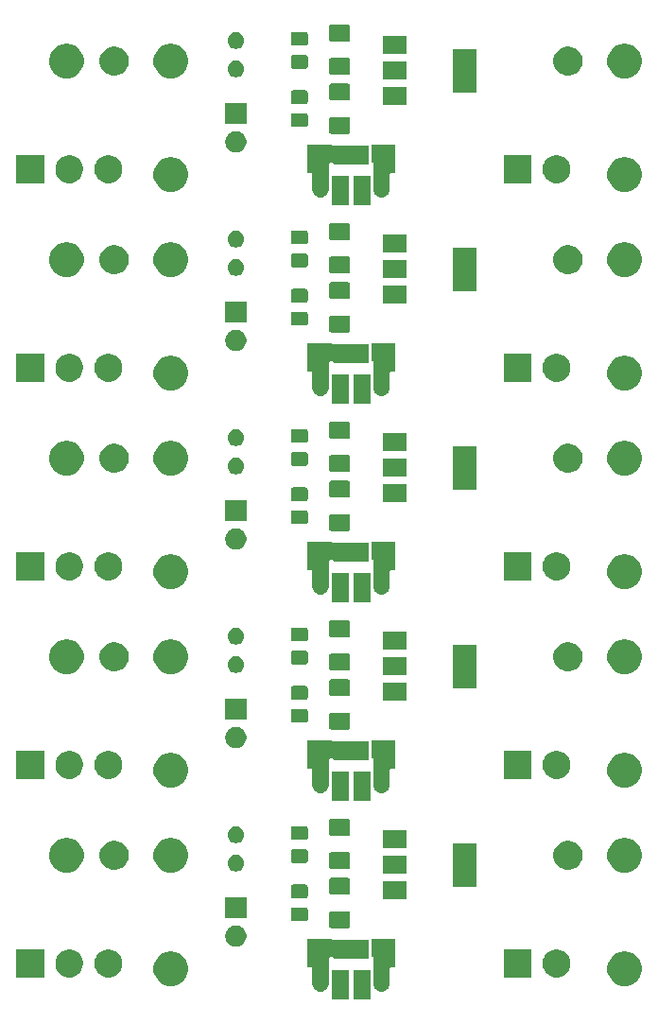
<source format=gbr>
G04 #@! TF.GenerationSoftware,KiCad,Pcbnew,5.1.5-52549c5~86~ubuntu18.04.1*
G04 #@! TF.CreationDate,2020-09-17T20:37:07-05:00*
G04 #@! TF.ProjectId,,58585858-5858-4585-9858-585858585858,rev?*
G04 #@! TF.SameCoordinates,Original*
G04 #@! TF.FileFunction,Soldermask,Top*
G04 #@! TF.FilePolarity,Negative*
%FSLAX46Y46*%
G04 Gerber Fmt 4.6, Leading zero omitted, Abs format (unit mm)*
G04 Created by KiCad (PCBNEW 5.1.5-52549c5~86~ubuntu18.04.1) date 2020-09-17 20:37:07*
%MOMM*%
%LPD*%
G04 APERTURE LIST*
%ADD10C,0.100000*%
G04 APERTURE END LIST*
D10*
G36*
X81584000Y-114649200D02*
G01*
X80052000Y-114649200D01*
X80052000Y-112047200D01*
X81584000Y-112047200D01*
X81584000Y-114649200D01*
G37*
G36*
X79664000Y-114649200D02*
G01*
X78132000Y-114649200D01*
X78132000Y-112047200D01*
X79664000Y-112047200D01*
X79664000Y-114649200D01*
G37*
G36*
X77555817Y-109285896D02*
G01*
X77575334Y-109291817D01*
X77599367Y-109296598D01*
X77611620Y-109297200D01*
X78109759Y-109297200D01*
X78114553Y-109301134D01*
X78136164Y-109312685D01*
X78159613Y-109319798D01*
X78183999Y-109322200D01*
X81409000Y-109322200D01*
X81409000Y-111074200D01*
X78307000Y-111074200D01*
X78307000Y-111024199D01*
X78304598Y-110999813D01*
X78297485Y-110976364D01*
X78285934Y-110954753D01*
X78270389Y-110935811D01*
X78251447Y-110920266D01*
X78229836Y-110908715D01*
X78206387Y-110901602D01*
X78182001Y-110899200D01*
X77996499Y-110899200D01*
X77972113Y-110901602D01*
X77948664Y-110908715D01*
X77927053Y-110920266D01*
X77908111Y-110935811D01*
X77892566Y-110954753D01*
X77881015Y-110976364D01*
X77873902Y-110999813D01*
X77871500Y-111024199D01*
X77871500Y-111861425D01*
X77863515Y-111876364D01*
X77856402Y-111899813D01*
X77854000Y-111924199D01*
X77854000Y-113302869D01*
X77851726Y-113311947D01*
X77843495Y-113395520D01*
X77830185Y-113439396D01*
X77801980Y-113532376D01*
X77734568Y-113658494D01*
X77643843Y-113769043D01*
X77533294Y-113859768D01*
X77407175Y-113927180D01*
X77407172Y-113927181D01*
X77270321Y-113968695D01*
X77128000Y-113982712D01*
X76985680Y-113968695D01*
X76848829Y-113927181D01*
X76848826Y-113927180D01*
X76722707Y-113859768D01*
X76612158Y-113769043D01*
X76521432Y-113658494D01*
X76454020Y-113532375D01*
X76425815Y-113439396D01*
X76412505Y-113395521D01*
X76404274Y-113311946D01*
X76402000Y-113300514D01*
X76402000Y-111924199D01*
X76399598Y-111899813D01*
X76392485Y-111876364D01*
X76380934Y-111854753D01*
X76365389Y-111835811D01*
X76346447Y-111820266D01*
X76324836Y-111808715D01*
X76301387Y-111801602D01*
X76277001Y-111799200D01*
X75944500Y-111799200D01*
X75944500Y-110925621D01*
X75947485Y-110920036D01*
X75954598Y-110896587D01*
X75957000Y-110872201D01*
X75957000Y-109297200D01*
X77264379Y-109297200D01*
X77288765Y-109294798D01*
X77300665Y-109291817D01*
X77320182Y-109285896D01*
X77438000Y-109274293D01*
X77555817Y-109285896D01*
G37*
G36*
X82301407Y-109276598D02*
G01*
X82313659Y-109277200D01*
X83809000Y-109277200D01*
X83809000Y-110872201D01*
X83811402Y-110896587D01*
X83818515Y-110920036D01*
X83821500Y-110925621D01*
X83821500Y-111799200D01*
X83458999Y-111799200D01*
X83434613Y-111801602D01*
X83411164Y-111808715D01*
X83389553Y-111820266D01*
X83370611Y-111835811D01*
X83355066Y-111854753D01*
X83343515Y-111876364D01*
X83336402Y-111899813D01*
X83334000Y-111924199D01*
X83334000Y-113252547D01*
X83332190Y-113254753D01*
X83320639Y-113276364D01*
X83311726Y-113311947D01*
X83303495Y-113395520D01*
X83290185Y-113439396D01*
X83261980Y-113532376D01*
X83194568Y-113658494D01*
X83103843Y-113769043D01*
X82993294Y-113859768D01*
X82867175Y-113927180D01*
X82867172Y-113927181D01*
X82730321Y-113968695D01*
X82588000Y-113982712D01*
X82445680Y-113968695D01*
X82308829Y-113927181D01*
X82308826Y-113927180D01*
X82182707Y-113859768D01*
X82072158Y-113769043D01*
X81981432Y-113658494D01*
X81914020Y-113532375D01*
X81885815Y-113439396D01*
X81872505Y-113395521D01*
X81862000Y-113288859D01*
X81862000Y-112867542D01*
X81872505Y-112760880D01*
X81876617Y-112747324D01*
X81881398Y-112723292D01*
X81882000Y-112711039D01*
X81882000Y-111004199D01*
X81879598Y-110979813D01*
X81872485Y-110956364D01*
X81860934Y-110934753D01*
X81845389Y-110915811D01*
X81826447Y-110900266D01*
X81804836Y-110888715D01*
X81781387Y-110881602D01*
X81757001Y-110879200D01*
X81707000Y-110879200D01*
X81707000Y-110484786D01*
X81704598Y-110460400D01*
X81701617Y-110448500D01*
X81685696Y-110396018D01*
X81677000Y-110307719D01*
X81677000Y-109848682D01*
X81685696Y-109760383D01*
X81701617Y-109707901D01*
X81706398Y-109683868D01*
X81707000Y-109671615D01*
X81707000Y-109277200D01*
X82242341Y-109277200D01*
X82254593Y-109276598D01*
X82278000Y-109274293D01*
X82301407Y-109276598D01*
G37*
G36*
X104674385Y-110426802D02*
G01*
X104824210Y-110456604D01*
X105106474Y-110573521D01*
X105360505Y-110743259D01*
X105576541Y-110959295D01*
X105746279Y-111213326D01*
X105863196Y-111495590D01*
X105922800Y-111795240D01*
X105922800Y-112100760D01*
X105863196Y-112400410D01*
X105746279Y-112682674D01*
X105576541Y-112936705D01*
X105360505Y-113152741D01*
X105106474Y-113322479D01*
X104824210Y-113439396D01*
X104674385Y-113469198D01*
X104524561Y-113499000D01*
X104219039Y-113499000D01*
X104069215Y-113469198D01*
X103919390Y-113439396D01*
X103637126Y-113322479D01*
X103383095Y-113152741D01*
X103167059Y-112936705D01*
X102997321Y-112682674D01*
X102880404Y-112400410D01*
X102820800Y-112100760D01*
X102820800Y-111795240D01*
X102880404Y-111495590D01*
X102997321Y-111213326D01*
X103167059Y-110959295D01*
X103383095Y-110743259D01*
X103637126Y-110573521D01*
X103919390Y-110456604D01*
X104069215Y-110426802D01*
X104219039Y-110397000D01*
X104524561Y-110397000D01*
X104674385Y-110426802D01*
G37*
G36*
X64034385Y-110426802D02*
G01*
X64184210Y-110456604D01*
X64466474Y-110573521D01*
X64720505Y-110743259D01*
X64936541Y-110959295D01*
X65106279Y-111213326D01*
X65223196Y-111495590D01*
X65282800Y-111795240D01*
X65282800Y-112100760D01*
X65223196Y-112400410D01*
X65106279Y-112682674D01*
X64936541Y-112936705D01*
X64720505Y-113152741D01*
X64466474Y-113322479D01*
X64184210Y-113439396D01*
X64034385Y-113469198D01*
X63884561Y-113499000D01*
X63579039Y-113499000D01*
X63429215Y-113469198D01*
X63279390Y-113439396D01*
X62997126Y-113322479D01*
X62743095Y-113152741D01*
X62527059Y-112936705D01*
X62357321Y-112682674D01*
X62240404Y-112400410D01*
X62180800Y-112100760D01*
X62180800Y-111795240D01*
X62240404Y-111495590D01*
X62357321Y-111213326D01*
X62527059Y-110959295D01*
X62743095Y-110743259D01*
X62997126Y-110573521D01*
X63279390Y-110456604D01*
X63429215Y-110426802D01*
X63579039Y-110397000D01*
X63884561Y-110397000D01*
X64034385Y-110426802D01*
G37*
G36*
X52381200Y-112706200D02*
G01*
X49879200Y-112706200D01*
X49879200Y-110204200D01*
X52381200Y-110204200D01*
X52381200Y-112706200D01*
G37*
G36*
X54995103Y-110252275D02*
G01*
X55222771Y-110346578D01*
X55427666Y-110483485D01*
X55601915Y-110657734D01*
X55738822Y-110862629D01*
X55738823Y-110862631D01*
X55787361Y-110979813D01*
X55833125Y-111090297D01*
X55881200Y-111331987D01*
X55881200Y-111578413D01*
X55833125Y-111820103D01*
X55738822Y-112047771D01*
X55601915Y-112252666D01*
X55427666Y-112426915D01*
X55222771Y-112563822D01*
X55222770Y-112563823D01*
X55222769Y-112563823D01*
X54995103Y-112658125D01*
X54753414Y-112706200D01*
X54506986Y-112706200D01*
X54265297Y-112658125D01*
X54037631Y-112563823D01*
X54037630Y-112563823D01*
X54037629Y-112563822D01*
X53832734Y-112426915D01*
X53658485Y-112252666D01*
X53521578Y-112047771D01*
X53427275Y-111820103D01*
X53379200Y-111578413D01*
X53379200Y-111331987D01*
X53427275Y-111090297D01*
X53473039Y-110979813D01*
X53521577Y-110862631D01*
X53521578Y-110862629D01*
X53658485Y-110657734D01*
X53832734Y-110483485D01*
X54037629Y-110346578D01*
X54265297Y-110252275D01*
X54506986Y-110204200D01*
X54753414Y-110204200D01*
X54995103Y-110252275D01*
G37*
G36*
X58495103Y-110252275D02*
G01*
X58722771Y-110346578D01*
X58927666Y-110483485D01*
X59101915Y-110657734D01*
X59238822Y-110862629D01*
X59238823Y-110862631D01*
X59287361Y-110979813D01*
X59333125Y-111090297D01*
X59381200Y-111331987D01*
X59381200Y-111578413D01*
X59333125Y-111820103D01*
X59238822Y-112047771D01*
X59101915Y-112252666D01*
X58927666Y-112426915D01*
X58722771Y-112563822D01*
X58722770Y-112563823D01*
X58722769Y-112563823D01*
X58495103Y-112658125D01*
X58253414Y-112706200D01*
X58006986Y-112706200D01*
X57765297Y-112658125D01*
X57537631Y-112563823D01*
X57537630Y-112563823D01*
X57537629Y-112563822D01*
X57332734Y-112426915D01*
X57158485Y-112252666D01*
X57021578Y-112047771D01*
X56927275Y-111820103D01*
X56879200Y-111578413D01*
X56879200Y-111331987D01*
X56927275Y-111090297D01*
X56973039Y-110979813D01*
X57021577Y-110862631D01*
X57021578Y-110862629D01*
X57158485Y-110657734D01*
X57332734Y-110483485D01*
X57537629Y-110346578D01*
X57765297Y-110252275D01*
X58006986Y-110204200D01*
X58253414Y-110204200D01*
X58495103Y-110252275D01*
G37*
G36*
X98632303Y-110252275D02*
G01*
X98859971Y-110346578D01*
X99064866Y-110483485D01*
X99239115Y-110657734D01*
X99376022Y-110862629D01*
X99376023Y-110862631D01*
X99424561Y-110979813D01*
X99470325Y-111090297D01*
X99518400Y-111331987D01*
X99518400Y-111578413D01*
X99470325Y-111820103D01*
X99376022Y-112047771D01*
X99239115Y-112252666D01*
X99064866Y-112426915D01*
X98859971Y-112563822D01*
X98859970Y-112563823D01*
X98859969Y-112563823D01*
X98632303Y-112658125D01*
X98390614Y-112706200D01*
X98144186Y-112706200D01*
X97902497Y-112658125D01*
X97674831Y-112563823D01*
X97674830Y-112563823D01*
X97674829Y-112563822D01*
X97469934Y-112426915D01*
X97295685Y-112252666D01*
X97158778Y-112047771D01*
X97064475Y-111820103D01*
X97016400Y-111578413D01*
X97016400Y-111331987D01*
X97064475Y-111090297D01*
X97110239Y-110979813D01*
X97158777Y-110862631D01*
X97158778Y-110862629D01*
X97295685Y-110657734D01*
X97469934Y-110483485D01*
X97674829Y-110346578D01*
X97902497Y-110252275D01*
X98144186Y-110204200D01*
X98390614Y-110204200D01*
X98632303Y-110252275D01*
G37*
G36*
X96018400Y-112706200D02*
G01*
X93516400Y-112706200D01*
X93516400Y-110204200D01*
X96018400Y-110204200D01*
X96018400Y-112706200D01*
G37*
G36*
X69822595Y-108103546D02*
G01*
X69995666Y-108175234D01*
X70051682Y-108212663D01*
X70151427Y-108279310D01*
X70283890Y-108411773D01*
X70283891Y-108411775D01*
X70387966Y-108567534D01*
X70459654Y-108740605D01*
X70496200Y-108924333D01*
X70496200Y-109111667D01*
X70459654Y-109295395D01*
X70387966Y-109468466D01*
X70387965Y-109468467D01*
X70283890Y-109624227D01*
X70151427Y-109756690D01*
X70145897Y-109760385D01*
X69995666Y-109860766D01*
X69822595Y-109932454D01*
X69638867Y-109969000D01*
X69451533Y-109969000D01*
X69267805Y-109932454D01*
X69094734Y-109860766D01*
X68944503Y-109760385D01*
X68938973Y-109756690D01*
X68806510Y-109624227D01*
X68702435Y-109468467D01*
X68702434Y-109468466D01*
X68630746Y-109295395D01*
X68594200Y-109111667D01*
X68594200Y-108924333D01*
X68630746Y-108740605D01*
X68702434Y-108567534D01*
X68806509Y-108411775D01*
X68806510Y-108411773D01*
X68938973Y-108279310D01*
X69038718Y-108212663D01*
X69094734Y-108175234D01*
X69267805Y-108103546D01*
X69451533Y-108067000D01*
X69638867Y-108067000D01*
X69822595Y-108103546D01*
G37*
G36*
X79617162Y-106773181D02*
G01*
X79652081Y-106783774D01*
X79684263Y-106800976D01*
X79712473Y-106824127D01*
X79735624Y-106852337D01*
X79752826Y-106884519D01*
X79763419Y-106919438D01*
X79767600Y-106961895D01*
X79767600Y-108103105D01*
X79763419Y-108145562D01*
X79752826Y-108180481D01*
X79735624Y-108212663D01*
X79712473Y-108240873D01*
X79684263Y-108264024D01*
X79652081Y-108281226D01*
X79617162Y-108291819D01*
X79574705Y-108296000D01*
X78108495Y-108296000D01*
X78066038Y-108291819D01*
X78031119Y-108281226D01*
X77998937Y-108264024D01*
X77970727Y-108240873D01*
X77947576Y-108212663D01*
X77930374Y-108180481D01*
X77919781Y-108145562D01*
X77915600Y-108103105D01*
X77915600Y-106961895D01*
X77919781Y-106919438D01*
X77930374Y-106884519D01*
X77947576Y-106852337D01*
X77970727Y-106824127D01*
X77998937Y-106800976D01*
X78031119Y-106783774D01*
X78066038Y-106773181D01*
X78108495Y-106769000D01*
X79574705Y-106769000D01*
X79617162Y-106773181D01*
G37*
G36*
X75823474Y-106448465D02*
G01*
X75861167Y-106459899D01*
X75895903Y-106478466D01*
X75926348Y-106503452D01*
X75951334Y-106533897D01*
X75969901Y-106568633D01*
X75981335Y-106606326D01*
X75985800Y-106651661D01*
X75985800Y-107488339D01*
X75981335Y-107533674D01*
X75969901Y-107571367D01*
X75951334Y-107606103D01*
X75926348Y-107636548D01*
X75895903Y-107661534D01*
X75861167Y-107680101D01*
X75823474Y-107691535D01*
X75778139Y-107696000D01*
X74691461Y-107696000D01*
X74646126Y-107691535D01*
X74608433Y-107680101D01*
X74573697Y-107661534D01*
X74543252Y-107636548D01*
X74518266Y-107606103D01*
X74499699Y-107571367D01*
X74488265Y-107533674D01*
X74483800Y-107488339D01*
X74483800Y-106651661D01*
X74488265Y-106606326D01*
X74499699Y-106568633D01*
X74518266Y-106533897D01*
X74543252Y-106503452D01*
X74573697Y-106478466D01*
X74608433Y-106459899D01*
X74646126Y-106448465D01*
X74691461Y-106444000D01*
X75778139Y-106444000D01*
X75823474Y-106448465D01*
G37*
G36*
X70496200Y-107429000D02*
G01*
X68594200Y-107429000D01*
X68594200Y-105527000D01*
X70496200Y-105527000D01*
X70496200Y-107429000D01*
G37*
G36*
X84819800Y-105742400D02*
G01*
X82717800Y-105742400D01*
X82717800Y-104140400D01*
X84819800Y-104140400D01*
X84819800Y-105742400D01*
G37*
G36*
X75823474Y-104398465D02*
G01*
X75861167Y-104409899D01*
X75895903Y-104428466D01*
X75926348Y-104453452D01*
X75951334Y-104483897D01*
X75969901Y-104518633D01*
X75981335Y-104556326D01*
X75985800Y-104601661D01*
X75985800Y-105438339D01*
X75981335Y-105483674D01*
X75969901Y-105521367D01*
X75951334Y-105556103D01*
X75926348Y-105586548D01*
X75895903Y-105611534D01*
X75861167Y-105630101D01*
X75823474Y-105641535D01*
X75778139Y-105646000D01*
X74691461Y-105646000D01*
X74646126Y-105641535D01*
X74608433Y-105630101D01*
X74573697Y-105611534D01*
X74543252Y-105586548D01*
X74518266Y-105556103D01*
X74499699Y-105521367D01*
X74488265Y-105483674D01*
X74483800Y-105438339D01*
X74483800Y-104601661D01*
X74488265Y-104556326D01*
X74499699Y-104518633D01*
X74518266Y-104483897D01*
X74543252Y-104453452D01*
X74573697Y-104428466D01*
X74608433Y-104409899D01*
X74646126Y-104398465D01*
X74691461Y-104394000D01*
X75778139Y-104394000D01*
X75823474Y-104398465D01*
G37*
G36*
X79617162Y-103798181D02*
G01*
X79652081Y-103808774D01*
X79684263Y-103825976D01*
X79712473Y-103849127D01*
X79735624Y-103877337D01*
X79752826Y-103909519D01*
X79763419Y-103944438D01*
X79767600Y-103986895D01*
X79767600Y-105128105D01*
X79763419Y-105170562D01*
X79752826Y-105205481D01*
X79735624Y-105237663D01*
X79712473Y-105265873D01*
X79684263Y-105289024D01*
X79652081Y-105306226D01*
X79617162Y-105316819D01*
X79574705Y-105321000D01*
X78108495Y-105321000D01*
X78066038Y-105316819D01*
X78031119Y-105306226D01*
X77998937Y-105289024D01*
X77970727Y-105265873D01*
X77947576Y-105237663D01*
X77930374Y-105205481D01*
X77919781Y-105170562D01*
X77915600Y-105128105D01*
X77915600Y-103986895D01*
X77919781Y-103944438D01*
X77930374Y-103909519D01*
X77947576Y-103877337D01*
X77970727Y-103849127D01*
X77998937Y-103825976D01*
X78031119Y-103808774D01*
X78066038Y-103798181D01*
X78108495Y-103794000D01*
X79574705Y-103794000D01*
X79617162Y-103798181D01*
G37*
G36*
X91119800Y-104592400D02*
G01*
X89017800Y-104592400D01*
X89017800Y-100690400D01*
X91119800Y-100690400D01*
X91119800Y-104592400D01*
G37*
G36*
X84819800Y-103442400D02*
G01*
X82717800Y-103442400D01*
X82717800Y-101840400D01*
X84819800Y-101840400D01*
X84819800Y-103442400D01*
G37*
G36*
X104674385Y-100266802D02*
G01*
X104824210Y-100296604D01*
X105106474Y-100413521D01*
X105360505Y-100583259D01*
X105576541Y-100799295D01*
X105746279Y-101053326D01*
X105863196Y-101335590D01*
X105922800Y-101635240D01*
X105922800Y-101940760D01*
X105863196Y-102240410D01*
X105746279Y-102522674D01*
X105576541Y-102776705D01*
X105360505Y-102992741D01*
X105106474Y-103162479D01*
X104824210Y-103279396D01*
X104674385Y-103309198D01*
X104524561Y-103339000D01*
X104219039Y-103339000D01*
X104069215Y-103309198D01*
X103919390Y-103279396D01*
X103637126Y-103162479D01*
X103383095Y-102992741D01*
X103167059Y-102776705D01*
X102997321Y-102522674D01*
X102880404Y-102240410D01*
X102820800Y-101940760D01*
X102820800Y-101635240D01*
X102880404Y-101335590D01*
X102997321Y-101053326D01*
X103167059Y-100799295D01*
X103383095Y-100583259D01*
X103637126Y-100413521D01*
X103919390Y-100296604D01*
X104069215Y-100266802D01*
X104219039Y-100237000D01*
X104524561Y-100237000D01*
X104674385Y-100266802D01*
G37*
G36*
X54674385Y-100266802D02*
G01*
X54824210Y-100296604D01*
X55106474Y-100413521D01*
X55360505Y-100583259D01*
X55576541Y-100799295D01*
X55746279Y-101053326D01*
X55863196Y-101335590D01*
X55922800Y-101635240D01*
X55922800Y-101940760D01*
X55863196Y-102240410D01*
X55746279Y-102522674D01*
X55576541Y-102776705D01*
X55360505Y-102992741D01*
X55106474Y-103162479D01*
X54824210Y-103279396D01*
X54674385Y-103309198D01*
X54524561Y-103339000D01*
X54219039Y-103339000D01*
X54069215Y-103309198D01*
X53919390Y-103279396D01*
X53637126Y-103162479D01*
X53383095Y-102992741D01*
X53167059Y-102776705D01*
X52997321Y-102522674D01*
X52880404Y-102240410D01*
X52820800Y-101940760D01*
X52820800Y-101635240D01*
X52880404Y-101335590D01*
X52997321Y-101053326D01*
X53167059Y-100799295D01*
X53383095Y-100583259D01*
X53637126Y-100413521D01*
X53919390Y-100296604D01*
X54069215Y-100266802D01*
X54219039Y-100237000D01*
X54524561Y-100237000D01*
X54674385Y-100266802D01*
G37*
G36*
X64034385Y-100266802D02*
G01*
X64184210Y-100296604D01*
X64466474Y-100413521D01*
X64720505Y-100583259D01*
X64936541Y-100799295D01*
X65106279Y-101053326D01*
X65223196Y-101335590D01*
X65282800Y-101635240D01*
X65282800Y-101940760D01*
X65223196Y-102240410D01*
X65106279Y-102522674D01*
X64936541Y-102776705D01*
X64720505Y-102992741D01*
X64466474Y-103162479D01*
X64184210Y-103279396D01*
X64034385Y-103309198D01*
X63884561Y-103339000D01*
X63579039Y-103339000D01*
X63429215Y-103309198D01*
X63279390Y-103279396D01*
X62997126Y-103162479D01*
X62743095Y-102992741D01*
X62527059Y-102776705D01*
X62357321Y-102522674D01*
X62240404Y-102240410D01*
X62180800Y-101940760D01*
X62180800Y-101635240D01*
X62240404Y-101335590D01*
X62357321Y-101053326D01*
X62527059Y-100799295D01*
X62743095Y-100583259D01*
X62997126Y-100413521D01*
X63279390Y-100296604D01*
X63429215Y-100266802D01*
X63579039Y-100237000D01*
X63884561Y-100237000D01*
X64034385Y-100266802D01*
G37*
G36*
X69753375Y-101753695D02*
G01*
X69764259Y-101755860D01*
X69900932Y-101812472D01*
X70023935Y-101894660D01*
X70128540Y-101999265D01*
X70128541Y-101999267D01*
X70210729Y-102122270D01*
X70267340Y-102258941D01*
X70296200Y-102404032D01*
X70296200Y-102551968D01*
X70267340Y-102697059D01*
X70216456Y-102819905D01*
X70210728Y-102833732D01*
X70128540Y-102956735D01*
X70023935Y-103061340D01*
X69900932Y-103143528D01*
X69900931Y-103143529D01*
X69900930Y-103143529D01*
X69764259Y-103200140D01*
X69619168Y-103229000D01*
X69471232Y-103229000D01*
X69326141Y-103200140D01*
X69189470Y-103143529D01*
X69189469Y-103143529D01*
X69189468Y-103143528D01*
X69066465Y-103061340D01*
X68961860Y-102956735D01*
X68879672Y-102833732D01*
X68873945Y-102819905D01*
X68823060Y-102697059D01*
X68794200Y-102551968D01*
X68794200Y-102404032D01*
X68823060Y-102258941D01*
X68879671Y-102122270D01*
X68961859Y-101999267D01*
X68961860Y-101999265D01*
X69066465Y-101894660D01*
X69189468Y-101812472D01*
X69326141Y-101755860D01*
X69337025Y-101753695D01*
X69471232Y-101727000D01*
X69619168Y-101727000D01*
X69753375Y-101753695D01*
G37*
G36*
X59031193Y-100537304D02*
G01*
X59267901Y-100635352D01*
X59267903Y-100635353D01*
X59480935Y-100777696D01*
X59662104Y-100958865D01*
X59804447Y-101171897D01*
X59804448Y-101171899D01*
X59902496Y-101408607D01*
X59952480Y-101659893D01*
X59952480Y-101916107D01*
X59902496Y-102167393D01*
X59804476Y-102404033D01*
X59804447Y-102404103D01*
X59662104Y-102617135D01*
X59480935Y-102798304D01*
X59267903Y-102940647D01*
X59267902Y-102940648D01*
X59267901Y-102940648D01*
X59031193Y-103038696D01*
X58779907Y-103088680D01*
X58523693Y-103088680D01*
X58272407Y-103038696D01*
X58035699Y-102940648D01*
X58035698Y-102940648D01*
X58035697Y-102940647D01*
X57822665Y-102798304D01*
X57641496Y-102617135D01*
X57499153Y-102404103D01*
X57499124Y-102404033D01*
X57401104Y-102167393D01*
X57351120Y-101916107D01*
X57351120Y-101659893D01*
X57401104Y-101408607D01*
X57499152Y-101171899D01*
X57499153Y-101171897D01*
X57641496Y-100958865D01*
X57822665Y-100777696D01*
X58035697Y-100635353D01*
X58035699Y-100635352D01*
X58272407Y-100537304D01*
X58523693Y-100487320D01*
X58779907Y-100487320D01*
X59031193Y-100537304D01*
G37*
G36*
X99671193Y-100537304D02*
G01*
X99907901Y-100635352D01*
X99907903Y-100635353D01*
X100120935Y-100777696D01*
X100302104Y-100958865D01*
X100444447Y-101171897D01*
X100444448Y-101171899D01*
X100542496Y-101408607D01*
X100592480Y-101659893D01*
X100592480Y-101916107D01*
X100542496Y-102167393D01*
X100444476Y-102404033D01*
X100444447Y-102404103D01*
X100302104Y-102617135D01*
X100120935Y-102798304D01*
X99907903Y-102940647D01*
X99907902Y-102940648D01*
X99907901Y-102940648D01*
X99671193Y-103038696D01*
X99419907Y-103088680D01*
X99163693Y-103088680D01*
X98912407Y-103038696D01*
X98675699Y-102940648D01*
X98675698Y-102940648D01*
X98675697Y-102940647D01*
X98462665Y-102798304D01*
X98281496Y-102617135D01*
X98139153Y-102404103D01*
X98139124Y-102404033D01*
X98041104Y-102167393D01*
X97991120Y-101916107D01*
X97991120Y-101659893D01*
X98041104Y-101408607D01*
X98139152Y-101171899D01*
X98139153Y-101171897D01*
X98281496Y-100958865D01*
X98462665Y-100777696D01*
X98675697Y-100635353D01*
X98675699Y-100635352D01*
X98912407Y-100537304D01*
X99163693Y-100487320D01*
X99419907Y-100487320D01*
X99671193Y-100537304D01*
G37*
G36*
X79617162Y-101489981D02*
G01*
X79652081Y-101500574D01*
X79684263Y-101517776D01*
X79712473Y-101540927D01*
X79735624Y-101569137D01*
X79752826Y-101601319D01*
X79763419Y-101636238D01*
X79767600Y-101678695D01*
X79767600Y-102819905D01*
X79763419Y-102862362D01*
X79752826Y-102897281D01*
X79735624Y-102929463D01*
X79712473Y-102957673D01*
X79684263Y-102980824D01*
X79652081Y-102998026D01*
X79617162Y-103008619D01*
X79574705Y-103012800D01*
X78108495Y-103012800D01*
X78066038Y-103008619D01*
X78031119Y-102998026D01*
X77998937Y-102980824D01*
X77970727Y-102957673D01*
X77947576Y-102929463D01*
X77930374Y-102897281D01*
X77919781Y-102862362D01*
X77915600Y-102819905D01*
X77915600Y-101678695D01*
X77919781Y-101636238D01*
X77930374Y-101601319D01*
X77947576Y-101569137D01*
X77970727Y-101540927D01*
X77998937Y-101517776D01*
X78031119Y-101500574D01*
X78066038Y-101489981D01*
X78108495Y-101485800D01*
X79574705Y-101485800D01*
X79617162Y-101489981D01*
G37*
G36*
X75823474Y-101216065D02*
G01*
X75861167Y-101227499D01*
X75895903Y-101246066D01*
X75926348Y-101271052D01*
X75951334Y-101301497D01*
X75969901Y-101336233D01*
X75981335Y-101373926D01*
X75985800Y-101419261D01*
X75985800Y-102255939D01*
X75981335Y-102301274D01*
X75969901Y-102338967D01*
X75951334Y-102373703D01*
X75926348Y-102404148D01*
X75895903Y-102429134D01*
X75861167Y-102447701D01*
X75823474Y-102459135D01*
X75778139Y-102463600D01*
X74691461Y-102463600D01*
X74646126Y-102459135D01*
X74608433Y-102447701D01*
X74573697Y-102429134D01*
X74543252Y-102404148D01*
X74518266Y-102373703D01*
X74499699Y-102338967D01*
X74488265Y-102301274D01*
X74483800Y-102255939D01*
X74483800Y-101419261D01*
X74488265Y-101373926D01*
X74499699Y-101336233D01*
X74518266Y-101301497D01*
X74543252Y-101271052D01*
X74573697Y-101246066D01*
X74608433Y-101227499D01*
X74646126Y-101216065D01*
X74691461Y-101211600D01*
X75778139Y-101211600D01*
X75823474Y-101216065D01*
G37*
G36*
X84819800Y-101142400D02*
G01*
X82717800Y-101142400D01*
X82717800Y-99540400D01*
X84819800Y-99540400D01*
X84819800Y-101142400D01*
G37*
G36*
X69664746Y-99196066D02*
G01*
X69764259Y-99215860D01*
X69900932Y-99272472D01*
X70023935Y-99354660D01*
X70128540Y-99459265D01*
X70210728Y-99582268D01*
X70267340Y-99718941D01*
X70296200Y-99864033D01*
X70296200Y-100011967D01*
X70267340Y-100157059D01*
X70210728Y-100293732D01*
X70128540Y-100416735D01*
X70023935Y-100521340D01*
X69900932Y-100603528D01*
X69900931Y-100603529D01*
X69900930Y-100603529D01*
X69764259Y-100660140D01*
X69619168Y-100689000D01*
X69471232Y-100689000D01*
X69326141Y-100660140D01*
X69189470Y-100603529D01*
X69189469Y-100603529D01*
X69189468Y-100603528D01*
X69066465Y-100521340D01*
X68961860Y-100416735D01*
X68879672Y-100293732D01*
X68823060Y-100157059D01*
X68794200Y-100011967D01*
X68794200Y-99864033D01*
X68823060Y-99718941D01*
X68879672Y-99582268D01*
X68961860Y-99459265D01*
X69066465Y-99354660D01*
X69189468Y-99272472D01*
X69326141Y-99215860D01*
X69425654Y-99196066D01*
X69471232Y-99187000D01*
X69619168Y-99187000D01*
X69664746Y-99196066D01*
G37*
G36*
X75823474Y-99166065D02*
G01*
X75861167Y-99177499D01*
X75895903Y-99196066D01*
X75926348Y-99221052D01*
X75951334Y-99251497D01*
X75969901Y-99286233D01*
X75981335Y-99323926D01*
X75985800Y-99369261D01*
X75985800Y-100205939D01*
X75981335Y-100251274D01*
X75969901Y-100288967D01*
X75951334Y-100323703D01*
X75926348Y-100354148D01*
X75895903Y-100379134D01*
X75861167Y-100397701D01*
X75823474Y-100409135D01*
X75778139Y-100413600D01*
X74691461Y-100413600D01*
X74646126Y-100409135D01*
X74608433Y-100397701D01*
X74573697Y-100379134D01*
X74543252Y-100354148D01*
X74518266Y-100323703D01*
X74499699Y-100288967D01*
X74488265Y-100251274D01*
X74483800Y-100205939D01*
X74483800Y-99369261D01*
X74488265Y-99323926D01*
X74499699Y-99286233D01*
X74518266Y-99251497D01*
X74543252Y-99221052D01*
X74573697Y-99196066D01*
X74608433Y-99177499D01*
X74646126Y-99166065D01*
X74691461Y-99161600D01*
X75778139Y-99161600D01*
X75823474Y-99166065D01*
G37*
G36*
X79617162Y-98514981D02*
G01*
X79652081Y-98525574D01*
X79684263Y-98542776D01*
X79712473Y-98565927D01*
X79735624Y-98594137D01*
X79752826Y-98626319D01*
X79763419Y-98661238D01*
X79767600Y-98703695D01*
X79767600Y-99844905D01*
X79763419Y-99887362D01*
X79752826Y-99922281D01*
X79735624Y-99954463D01*
X79712473Y-99982673D01*
X79684263Y-100005824D01*
X79652081Y-100023026D01*
X79617162Y-100033619D01*
X79574705Y-100037800D01*
X78108495Y-100037800D01*
X78066038Y-100033619D01*
X78031119Y-100023026D01*
X77998937Y-100005824D01*
X77970727Y-99982673D01*
X77947576Y-99954463D01*
X77930374Y-99922281D01*
X77919781Y-99887362D01*
X77915600Y-99844905D01*
X77915600Y-98703695D01*
X77919781Y-98661238D01*
X77930374Y-98626319D01*
X77947576Y-98594137D01*
X77970727Y-98565927D01*
X77998937Y-98542776D01*
X78031119Y-98525574D01*
X78066038Y-98514981D01*
X78108495Y-98510800D01*
X79574705Y-98510800D01*
X79617162Y-98514981D01*
G37*
G36*
X79664000Y-96869200D02*
G01*
X78132000Y-96869200D01*
X78132000Y-94267200D01*
X79664000Y-94267200D01*
X79664000Y-96869200D01*
G37*
G36*
X81584000Y-96869200D02*
G01*
X80052000Y-96869200D01*
X80052000Y-94267200D01*
X81584000Y-94267200D01*
X81584000Y-96869200D01*
G37*
G36*
X77555817Y-91505896D02*
G01*
X77575334Y-91511817D01*
X77599367Y-91516598D01*
X77611620Y-91517200D01*
X78109759Y-91517200D01*
X78114553Y-91521134D01*
X78136164Y-91532685D01*
X78159613Y-91539798D01*
X78183999Y-91542200D01*
X81409000Y-91542200D01*
X81409000Y-93294200D01*
X78307000Y-93294200D01*
X78307000Y-93244199D01*
X78304598Y-93219813D01*
X78297485Y-93196364D01*
X78285934Y-93174753D01*
X78270389Y-93155811D01*
X78251447Y-93140266D01*
X78229836Y-93128715D01*
X78206387Y-93121602D01*
X78182001Y-93119200D01*
X77996499Y-93119200D01*
X77972113Y-93121602D01*
X77948664Y-93128715D01*
X77927053Y-93140266D01*
X77908111Y-93155811D01*
X77892566Y-93174753D01*
X77881015Y-93196364D01*
X77873902Y-93219813D01*
X77871500Y-93244199D01*
X77871500Y-94081425D01*
X77863515Y-94096364D01*
X77856402Y-94119813D01*
X77854000Y-94144199D01*
X77854000Y-95522869D01*
X77851726Y-95531947D01*
X77843495Y-95615520D01*
X77830185Y-95659396D01*
X77801980Y-95752376D01*
X77734568Y-95878494D01*
X77643843Y-95989043D01*
X77533294Y-96079768D01*
X77407175Y-96147180D01*
X77407172Y-96147181D01*
X77270321Y-96188695D01*
X77128000Y-96202712D01*
X76985680Y-96188695D01*
X76848829Y-96147181D01*
X76848826Y-96147180D01*
X76722707Y-96079768D01*
X76612158Y-95989043D01*
X76521432Y-95878494D01*
X76454020Y-95752375D01*
X76425815Y-95659396D01*
X76412505Y-95615521D01*
X76404274Y-95531946D01*
X76402000Y-95520514D01*
X76402000Y-94144199D01*
X76399598Y-94119813D01*
X76392485Y-94096364D01*
X76380934Y-94074753D01*
X76365389Y-94055811D01*
X76346447Y-94040266D01*
X76324836Y-94028715D01*
X76301387Y-94021602D01*
X76277001Y-94019200D01*
X75944500Y-94019200D01*
X75944500Y-93145621D01*
X75947485Y-93140036D01*
X75954598Y-93116587D01*
X75957000Y-93092201D01*
X75957000Y-91517200D01*
X77264379Y-91517200D01*
X77288765Y-91514798D01*
X77300665Y-91511817D01*
X77320182Y-91505896D01*
X77438000Y-91494293D01*
X77555817Y-91505896D01*
G37*
G36*
X82301407Y-91496598D02*
G01*
X82313659Y-91497200D01*
X83809000Y-91497200D01*
X83809000Y-93092201D01*
X83811402Y-93116587D01*
X83818515Y-93140036D01*
X83821500Y-93145621D01*
X83821500Y-94019200D01*
X83458999Y-94019200D01*
X83434613Y-94021602D01*
X83411164Y-94028715D01*
X83389553Y-94040266D01*
X83370611Y-94055811D01*
X83355066Y-94074753D01*
X83343515Y-94096364D01*
X83336402Y-94119813D01*
X83334000Y-94144199D01*
X83334000Y-95472547D01*
X83332190Y-95474753D01*
X83320639Y-95496364D01*
X83311726Y-95531947D01*
X83303495Y-95615520D01*
X83290185Y-95659396D01*
X83261980Y-95752376D01*
X83194568Y-95878494D01*
X83103843Y-95989043D01*
X82993294Y-96079768D01*
X82867175Y-96147180D01*
X82867172Y-96147181D01*
X82730321Y-96188695D01*
X82588000Y-96202712D01*
X82445680Y-96188695D01*
X82308829Y-96147181D01*
X82308826Y-96147180D01*
X82182707Y-96079768D01*
X82072158Y-95989043D01*
X81981432Y-95878494D01*
X81914020Y-95752375D01*
X81885815Y-95659396D01*
X81872505Y-95615521D01*
X81862000Y-95508859D01*
X81862000Y-95087542D01*
X81872505Y-94980880D01*
X81876617Y-94967324D01*
X81881398Y-94943292D01*
X81882000Y-94931039D01*
X81882000Y-93224199D01*
X81879598Y-93199813D01*
X81872485Y-93176364D01*
X81860934Y-93154753D01*
X81845389Y-93135811D01*
X81826447Y-93120266D01*
X81804836Y-93108715D01*
X81781387Y-93101602D01*
X81757001Y-93099200D01*
X81707000Y-93099200D01*
X81707000Y-92704786D01*
X81704598Y-92680400D01*
X81701617Y-92668500D01*
X81685696Y-92616018D01*
X81677000Y-92527719D01*
X81677000Y-92068682D01*
X81685696Y-91980383D01*
X81701617Y-91927901D01*
X81706398Y-91903868D01*
X81707000Y-91891615D01*
X81707000Y-91497200D01*
X82242341Y-91497200D01*
X82254593Y-91496598D01*
X82278000Y-91494293D01*
X82301407Y-91496598D01*
G37*
G36*
X64034385Y-92646802D02*
G01*
X64184210Y-92676604D01*
X64466474Y-92793521D01*
X64720505Y-92963259D01*
X64936541Y-93179295D01*
X65106279Y-93433326D01*
X65223196Y-93715590D01*
X65282800Y-94015240D01*
X65282800Y-94320760D01*
X65223196Y-94620410D01*
X65106279Y-94902674D01*
X64936541Y-95156705D01*
X64720505Y-95372741D01*
X64466474Y-95542479D01*
X64184210Y-95659396D01*
X64034385Y-95689198D01*
X63884561Y-95719000D01*
X63579039Y-95719000D01*
X63429215Y-95689198D01*
X63279390Y-95659396D01*
X62997126Y-95542479D01*
X62743095Y-95372741D01*
X62527059Y-95156705D01*
X62357321Y-94902674D01*
X62240404Y-94620410D01*
X62180800Y-94320760D01*
X62180800Y-94015240D01*
X62240404Y-93715590D01*
X62357321Y-93433326D01*
X62527059Y-93179295D01*
X62743095Y-92963259D01*
X62997126Y-92793521D01*
X63279390Y-92676604D01*
X63429215Y-92646802D01*
X63579039Y-92617000D01*
X63884561Y-92617000D01*
X64034385Y-92646802D01*
G37*
G36*
X104674385Y-92646802D02*
G01*
X104824210Y-92676604D01*
X105106474Y-92793521D01*
X105360505Y-92963259D01*
X105576541Y-93179295D01*
X105746279Y-93433326D01*
X105863196Y-93715590D01*
X105922800Y-94015240D01*
X105922800Y-94320760D01*
X105863196Y-94620410D01*
X105746279Y-94902674D01*
X105576541Y-95156705D01*
X105360505Y-95372741D01*
X105106474Y-95542479D01*
X104824210Y-95659396D01*
X104674385Y-95689198D01*
X104524561Y-95719000D01*
X104219039Y-95719000D01*
X104069215Y-95689198D01*
X103919390Y-95659396D01*
X103637126Y-95542479D01*
X103383095Y-95372741D01*
X103167059Y-95156705D01*
X102997321Y-94902674D01*
X102880404Y-94620410D01*
X102820800Y-94320760D01*
X102820800Y-94015240D01*
X102880404Y-93715590D01*
X102997321Y-93433326D01*
X103167059Y-93179295D01*
X103383095Y-92963259D01*
X103637126Y-92793521D01*
X103919390Y-92676604D01*
X104069215Y-92646802D01*
X104219039Y-92617000D01*
X104524561Y-92617000D01*
X104674385Y-92646802D01*
G37*
G36*
X58495103Y-92472275D02*
G01*
X58722771Y-92566578D01*
X58927666Y-92703485D01*
X59101915Y-92877734D01*
X59238822Y-93082629D01*
X59238823Y-93082631D01*
X59287361Y-93199813D01*
X59333125Y-93310297D01*
X59381200Y-93551987D01*
X59381200Y-93798413D01*
X59333125Y-94040103D01*
X59238822Y-94267771D01*
X59101915Y-94472666D01*
X58927666Y-94646915D01*
X58722771Y-94783822D01*
X58722770Y-94783823D01*
X58722769Y-94783823D01*
X58495103Y-94878125D01*
X58253414Y-94926200D01*
X58006986Y-94926200D01*
X57765297Y-94878125D01*
X57537631Y-94783823D01*
X57537630Y-94783823D01*
X57537629Y-94783822D01*
X57332734Y-94646915D01*
X57158485Y-94472666D01*
X57021578Y-94267771D01*
X56927275Y-94040103D01*
X56879200Y-93798413D01*
X56879200Y-93551987D01*
X56927275Y-93310297D01*
X56973039Y-93199813D01*
X57021577Y-93082631D01*
X57021578Y-93082629D01*
X57158485Y-92877734D01*
X57332734Y-92703485D01*
X57537629Y-92566578D01*
X57765297Y-92472275D01*
X58006986Y-92424200D01*
X58253414Y-92424200D01*
X58495103Y-92472275D01*
G37*
G36*
X54995103Y-92472275D02*
G01*
X55222771Y-92566578D01*
X55427666Y-92703485D01*
X55601915Y-92877734D01*
X55738822Y-93082629D01*
X55738823Y-93082631D01*
X55787361Y-93199813D01*
X55833125Y-93310297D01*
X55881200Y-93551987D01*
X55881200Y-93798413D01*
X55833125Y-94040103D01*
X55738822Y-94267771D01*
X55601915Y-94472666D01*
X55427666Y-94646915D01*
X55222771Y-94783822D01*
X55222770Y-94783823D01*
X55222769Y-94783823D01*
X54995103Y-94878125D01*
X54753414Y-94926200D01*
X54506986Y-94926200D01*
X54265297Y-94878125D01*
X54037631Y-94783823D01*
X54037630Y-94783823D01*
X54037629Y-94783822D01*
X53832734Y-94646915D01*
X53658485Y-94472666D01*
X53521578Y-94267771D01*
X53427275Y-94040103D01*
X53379200Y-93798413D01*
X53379200Y-93551987D01*
X53427275Y-93310297D01*
X53473039Y-93199813D01*
X53521577Y-93082631D01*
X53521578Y-93082629D01*
X53658485Y-92877734D01*
X53832734Y-92703485D01*
X54037629Y-92566578D01*
X54265297Y-92472275D01*
X54506986Y-92424200D01*
X54753414Y-92424200D01*
X54995103Y-92472275D01*
G37*
G36*
X96018400Y-94926200D02*
G01*
X93516400Y-94926200D01*
X93516400Y-92424200D01*
X96018400Y-92424200D01*
X96018400Y-94926200D01*
G37*
G36*
X52381200Y-94926200D02*
G01*
X49879200Y-94926200D01*
X49879200Y-92424200D01*
X52381200Y-92424200D01*
X52381200Y-94926200D01*
G37*
G36*
X98632303Y-92472275D02*
G01*
X98859971Y-92566578D01*
X99064866Y-92703485D01*
X99239115Y-92877734D01*
X99376022Y-93082629D01*
X99376023Y-93082631D01*
X99424561Y-93199813D01*
X99470325Y-93310297D01*
X99518400Y-93551987D01*
X99518400Y-93798413D01*
X99470325Y-94040103D01*
X99376022Y-94267771D01*
X99239115Y-94472666D01*
X99064866Y-94646915D01*
X98859971Y-94783822D01*
X98859970Y-94783823D01*
X98859969Y-94783823D01*
X98632303Y-94878125D01*
X98390614Y-94926200D01*
X98144186Y-94926200D01*
X97902497Y-94878125D01*
X97674831Y-94783823D01*
X97674830Y-94783823D01*
X97674829Y-94783822D01*
X97469934Y-94646915D01*
X97295685Y-94472666D01*
X97158778Y-94267771D01*
X97064475Y-94040103D01*
X97016400Y-93798413D01*
X97016400Y-93551987D01*
X97064475Y-93310297D01*
X97110239Y-93199813D01*
X97158777Y-93082631D01*
X97158778Y-93082629D01*
X97295685Y-92877734D01*
X97469934Y-92703485D01*
X97674829Y-92566578D01*
X97902497Y-92472275D01*
X98144186Y-92424200D01*
X98390614Y-92424200D01*
X98632303Y-92472275D01*
G37*
G36*
X69822595Y-90323546D02*
G01*
X69995666Y-90395234D01*
X70051682Y-90432663D01*
X70151427Y-90499310D01*
X70283890Y-90631773D01*
X70283891Y-90631775D01*
X70387966Y-90787534D01*
X70459654Y-90960605D01*
X70496200Y-91144333D01*
X70496200Y-91331667D01*
X70459654Y-91515395D01*
X70387966Y-91688466D01*
X70387965Y-91688467D01*
X70283890Y-91844227D01*
X70151427Y-91976690D01*
X70145897Y-91980385D01*
X69995666Y-92080766D01*
X69822595Y-92152454D01*
X69638867Y-92189000D01*
X69451533Y-92189000D01*
X69267805Y-92152454D01*
X69094734Y-92080766D01*
X68944503Y-91980385D01*
X68938973Y-91976690D01*
X68806510Y-91844227D01*
X68702435Y-91688467D01*
X68702434Y-91688466D01*
X68630746Y-91515395D01*
X68594200Y-91331667D01*
X68594200Y-91144333D01*
X68630746Y-90960605D01*
X68702434Y-90787534D01*
X68806509Y-90631775D01*
X68806510Y-90631773D01*
X68938973Y-90499310D01*
X69038718Y-90432663D01*
X69094734Y-90395234D01*
X69267805Y-90323546D01*
X69451533Y-90287000D01*
X69638867Y-90287000D01*
X69822595Y-90323546D01*
G37*
G36*
X79617162Y-88993181D02*
G01*
X79652081Y-89003774D01*
X79684263Y-89020976D01*
X79712473Y-89044127D01*
X79735624Y-89072337D01*
X79752826Y-89104519D01*
X79763419Y-89139438D01*
X79767600Y-89181895D01*
X79767600Y-90323105D01*
X79763419Y-90365562D01*
X79752826Y-90400481D01*
X79735624Y-90432663D01*
X79712473Y-90460873D01*
X79684263Y-90484024D01*
X79652081Y-90501226D01*
X79617162Y-90511819D01*
X79574705Y-90516000D01*
X78108495Y-90516000D01*
X78066038Y-90511819D01*
X78031119Y-90501226D01*
X77998937Y-90484024D01*
X77970727Y-90460873D01*
X77947576Y-90432663D01*
X77930374Y-90400481D01*
X77919781Y-90365562D01*
X77915600Y-90323105D01*
X77915600Y-89181895D01*
X77919781Y-89139438D01*
X77930374Y-89104519D01*
X77947576Y-89072337D01*
X77970727Y-89044127D01*
X77998937Y-89020976D01*
X78031119Y-89003774D01*
X78066038Y-88993181D01*
X78108495Y-88989000D01*
X79574705Y-88989000D01*
X79617162Y-88993181D01*
G37*
G36*
X75823474Y-88668465D02*
G01*
X75861167Y-88679899D01*
X75895903Y-88698466D01*
X75926348Y-88723452D01*
X75951334Y-88753897D01*
X75969901Y-88788633D01*
X75981335Y-88826326D01*
X75985800Y-88871661D01*
X75985800Y-89708339D01*
X75981335Y-89753674D01*
X75969901Y-89791367D01*
X75951334Y-89826103D01*
X75926348Y-89856548D01*
X75895903Y-89881534D01*
X75861167Y-89900101D01*
X75823474Y-89911535D01*
X75778139Y-89916000D01*
X74691461Y-89916000D01*
X74646126Y-89911535D01*
X74608433Y-89900101D01*
X74573697Y-89881534D01*
X74543252Y-89856548D01*
X74518266Y-89826103D01*
X74499699Y-89791367D01*
X74488265Y-89753674D01*
X74483800Y-89708339D01*
X74483800Y-88871661D01*
X74488265Y-88826326D01*
X74499699Y-88788633D01*
X74518266Y-88753897D01*
X74543252Y-88723452D01*
X74573697Y-88698466D01*
X74608433Y-88679899D01*
X74646126Y-88668465D01*
X74691461Y-88664000D01*
X75778139Y-88664000D01*
X75823474Y-88668465D01*
G37*
G36*
X70496200Y-89649000D02*
G01*
X68594200Y-89649000D01*
X68594200Y-87747000D01*
X70496200Y-87747000D01*
X70496200Y-89649000D01*
G37*
G36*
X84819800Y-87962400D02*
G01*
X82717800Y-87962400D01*
X82717800Y-86360400D01*
X84819800Y-86360400D01*
X84819800Y-87962400D01*
G37*
G36*
X75823474Y-86618465D02*
G01*
X75861167Y-86629899D01*
X75895903Y-86648466D01*
X75926348Y-86673452D01*
X75951334Y-86703897D01*
X75969901Y-86738633D01*
X75981335Y-86776326D01*
X75985800Y-86821661D01*
X75985800Y-87658339D01*
X75981335Y-87703674D01*
X75969901Y-87741367D01*
X75951334Y-87776103D01*
X75926348Y-87806548D01*
X75895903Y-87831534D01*
X75861167Y-87850101D01*
X75823474Y-87861535D01*
X75778139Y-87866000D01*
X74691461Y-87866000D01*
X74646126Y-87861535D01*
X74608433Y-87850101D01*
X74573697Y-87831534D01*
X74543252Y-87806548D01*
X74518266Y-87776103D01*
X74499699Y-87741367D01*
X74488265Y-87703674D01*
X74483800Y-87658339D01*
X74483800Y-86821661D01*
X74488265Y-86776326D01*
X74499699Y-86738633D01*
X74518266Y-86703897D01*
X74543252Y-86673452D01*
X74573697Y-86648466D01*
X74608433Y-86629899D01*
X74646126Y-86618465D01*
X74691461Y-86614000D01*
X75778139Y-86614000D01*
X75823474Y-86618465D01*
G37*
G36*
X79617162Y-86018181D02*
G01*
X79652081Y-86028774D01*
X79684263Y-86045976D01*
X79712473Y-86069127D01*
X79735624Y-86097337D01*
X79752826Y-86129519D01*
X79763419Y-86164438D01*
X79767600Y-86206895D01*
X79767600Y-87348105D01*
X79763419Y-87390562D01*
X79752826Y-87425481D01*
X79735624Y-87457663D01*
X79712473Y-87485873D01*
X79684263Y-87509024D01*
X79652081Y-87526226D01*
X79617162Y-87536819D01*
X79574705Y-87541000D01*
X78108495Y-87541000D01*
X78066038Y-87536819D01*
X78031119Y-87526226D01*
X77998937Y-87509024D01*
X77970727Y-87485873D01*
X77947576Y-87457663D01*
X77930374Y-87425481D01*
X77919781Y-87390562D01*
X77915600Y-87348105D01*
X77915600Y-86206895D01*
X77919781Y-86164438D01*
X77930374Y-86129519D01*
X77947576Y-86097337D01*
X77970727Y-86069127D01*
X77998937Y-86045976D01*
X78031119Y-86028774D01*
X78066038Y-86018181D01*
X78108495Y-86014000D01*
X79574705Y-86014000D01*
X79617162Y-86018181D01*
G37*
G36*
X91119800Y-86812400D02*
G01*
X89017800Y-86812400D01*
X89017800Y-82910400D01*
X91119800Y-82910400D01*
X91119800Y-86812400D01*
G37*
G36*
X84819800Y-85662400D02*
G01*
X82717800Y-85662400D01*
X82717800Y-84060400D01*
X84819800Y-84060400D01*
X84819800Y-85662400D01*
G37*
G36*
X64034385Y-82486802D02*
G01*
X64184210Y-82516604D01*
X64466474Y-82633521D01*
X64720505Y-82803259D01*
X64936541Y-83019295D01*
X65106279Y-83273326D01*
X65223196Y-83555590D01*
X65282800Y-83855240D01*
X65282800Y-84160760D01*
X65223196Y-84460410D01*
X65106279Y-84742674D01*
X64936541Y-84996705D01*
X64720505Y-85212741D01*
X64466474Y-85382479D01*
X64184210Y-85499396D01*
X64034385Y-85529198D01*
X63884561Y-85559000D01*
X63579039Y-85559000D01*
X63429215Y-85529198D01*
X63279390Y-85499396D01*
X62997126Y-85382479D01*
X62743095Y-85212741D01*
X62527059Y-84996705D01*
X62357321Y-84742674D01*
X62240404Y-84460410D01*
X62180800Y-84160760D01*
X62180800Y-83855240D01*
X62240404Y-83555590D01*
X62357321Y-83273326D01*
X62527059Y-83019295D01*
X62743095Y-82803259D01*
X62997126Y-82633521D01*
X63279390Y-82516604D01*
X63429215Y-82486802D01*
X63579039Y-82457000D01*
X63884561Y-82457000D01*
X64034385Y-82486802D01*
G37*
G36*
X104674385Y-82486802D02*
G01*
X104824210Y-82516604D01*
X105106474Y-82633521D01*
X105360505Y-82803259D01*
X105576541Y-83019295D01*
X105746279Y-83273326D01*
X105863196Y-83555590D01*
X105922800Y-83855240D01*
X105922800Y-84160760D01*
X105863196Y-84460410D01*
X105746279Y-84742674D01*
X105576541Y-84996705D01*
X105360505Y-85212741D01*
X105106474Y-85382479D01*
X104824210Y-85499396D01*
X104674385Y-85529198D01*
X104524561Y-85559000D01*
X104219039Y-85559000D01*
X104069215Y-85529198D01*
X103919390Y-85499396D01*
X103637126Y-85382479D01*
X103383095Y-85212741D01*
X103167059Y-84996705D01*
X102997321Y-84742674D01*
X102880404Y-84460410D01*
X102820800Y-84160760D01*
X102820800Y-83855240D01*
X102880404Y-83555590D01*
X102997321Y-83273326D01*
X103167059Y-83019295D01*
X103383095Y-82803259D01*
X103637126Y-82633521D01*
X103919390Y-82516604D01*
X104069215Y-82486802D01*
X104219039Y-82457000D01*
X104524561Y-82457000D01*
X104674385Y-82486802D01*
G37*
G36*
X54674385Y-82486802D02*
G01*
X54824210Y-82516604D01*
X55106474Y-82633521D01*
X55360505Y-82803259D01*
X55576541Y-83019295D01*
X55746279Y-83273326D01*
X55863196Y-83555590D01*
X55922800Y-83855240D01*
X55922800Y-84160760D01*
X55863196Y-84460410D01*
X55746279Y-84742674D01*
X55576541Y-84996705D01*
X55360505Y-85212741D01*
X55106474Y-85382479D01*
X54824210Y-85499396D01*
X54674385Y-85529198D01*
X54524561Y-85559000D01*
X54219039Y-85559000D01*
X54069215Y-85529198D01*
X53919390Y-85499396D01*
X53637126Y-85382479D01*
X53383095Y-85212741D01*
X53167059Y-84996705D01*
X52997321Y-84742674D01*
X52880404Y-84460410D01*
X52820800Y-84160760D01*
X52820800Y-83855240D01*
X52880404Y-83555590D01*
X52997321Y-83273326D01*
X53167059Y-83019295D01*
X53383095Y-82803259D01*
X53637126Y-82633521D01*
X53919390Y-82516604D01*
X54069215Y-82486802D01*
X54219039Y-82457000D01*
X54524561Y-82457000D01*
X54674385Y-82486802D01*
G37*
G36*
X69753375Y-83973695D02*
G01*
X69764259Y-83975860D01*
X69900932Y-84032472D01*
X70023935Y-84114660D01*
X70128540Y-84219265D01*
X70128541Y-84219267D01*
X70210729Y-84342270D01*
X70267340Y-84478941D01*
X70296200Y-84624032D01*
X70296200Y-84771968D01*
X70267340Y-84917059D01*
X70216456Y-85039905D01*
X70210728Y-85053732D01*
X70128540Y-85176735D01*
X70023935Y-85281340D01*
X69900932Y-85363528D01*
X69900931Y-85363529D01*
X69900930Y-85363529D01*
X69764259Y-85420140D01*
X69619168Y-85449000D01*
X69471232Y-85449000D01*
X69326141Y-85420140D01*
X69189470Y-85363529D01*
X69189469Y-85363529D01*
X69189468Y-85363528D01*
X69066465Y-85281340D01*
X68961860Y-85176735D01*
X68879672Y-85053732D01*
X68873945Y-85039905D01*
X68823060Y-84917059D01*
X68794200Y-84771968D01*
X68794200Y-84624032D01*
X68823060Y-84478941D01*
X68879671Y-84342270D01*
X68961859Y-84219267D01*
X68961860Y-84219265D01*
X69066465Y-84114660D01*
X69189468Y-84032472D01*
X69326141Y-83975860D01*
X69337025Y-83973695D01*
X69471232Y-83947000D01*
X69619168Y-83947000D01*
X69753375Y-83973695D01*
G37*
G36*
X99671193Y-82757304D02*
G01*
X99907901Y-82855352D01*
X99907903Y-82855353D01*
X100120935Y-82997696D01*
X100302104Y-83178865D01*
X100444447Y-83391897D01*
X100444448Y-83391899D01*
X100542496Y-83628607D01*
X100592480Y-83879893D01*
X100592480Y-84136107D01*
X100542496Y-84387393D01*
X100444476Y-84624033D01*
X100444447Y-84624103D01*
X100302104Y-84837135D01*
X100120935Y-85018304D01*
X99907903Y-85160647D01*
X99907902Y-85160648D01*
X99907901Y-85160648D01*
X99671193Y-85258696D01*
X99419907Y-85308680D01*
X99163693Y-85308680D01*
X98912407Y-85258696D01*
X98675699Y-85160648D01*
X98675698Y-85160648D01*
X98675697Y-85160647D01*
X98462665Y-85018304D01*
X98281496Y-84837135D01*
X98139153Y-84624103D01*
X98139124Y-84624033D01*
X98041104Y-84387393D01*
X97991120Y-84136107D01*
X97991120Y-83879893D01*
X98041104Y-83628607D01*
X98139152Y-83391899D01*
X98139153Y-83391897D01*
X98281496Y-83178865D01*
X98462665Y-82997696D01*
X98675697Y-82855353D01*
X98675699Y-82855352D01*
X98912407Y-82757304D01*
X99163693Y-82707320D01*
X99419907Y-82707320D01*
X99671193Y-82757304D01*
G37*
G36*
X59031193Y-82757304D02*
G01*
X59267901Y-82855352D01*
X59267903Y-82855353D01*
X59480935Y-82997696D01*
X59662104Y-83178865D01*
X59804447Y-83391897D01*
X59804448Y-83391899D01*
X59902496Y-83628607D01*
X59952480Y-83879893D01*
X59952480Y-84136107D01*
X59902496Y-84387393D01*
X59804476Y-84624033D01*
X59804447Y-84624103D01*
X59662104Y-84837135D01*
X59480935Y-85018304D01*
X59267903Y-85160647D01*
X59267902Y-85160648D01*
X59267901Y-85160648D01*
X59031193Y-85258696D01*
X58779907Y-85308680D01*
X58523693Y-85308680D01*
X58272407Y-85258696D01*
X58035699Y-85160648D01*
X58035698Y-85160648D01*
X58035697Y-85160647D01*
X57822665Y-85018304D01*
X57641496Y-84837135D01*
X57499153Y-84624103D01*
X57499124Y-84624033D01*
X57401104Y-84387393D01*
X57351120Y-84136107D01*
X57351120Y-83879893D01*
X57401104Y-83628607D01*
X57499152Y-83391899D01*
X57499153Y-83391897D01*
X57641496Y-83178865D01*
X57822665Y-82997696D01*
X58035697Y-82855353D01*
X58035699Y-82855352D01*
X58272407Y-82757304D01*
X58523693Y-82707320D01*
X58779907Y-82707320D01*
X59031193Y-82757304D01*
G37*
G36*
X79617162Y-83709981D02*
G01*
X79652081Y-83720574D01*
X79684263Y-83737776D01*
X79712473Y-83760927D01*
X79735624Y-83789137D01*
X79752826Y-83821319D01*
X79763419Y-83856238D01*
X79767600Y-83898695D01*
X79767600Y-85039905D01*
X79763419Y-85082362D01*
X79752826Y-85117281D01*
X79735624Y-85149463D01*
X79712473Y-85177673D01*
X79684263Y-85200824D01*
X79652081Y-85218026D01*
X79617162Y-85228619D01*
X79574705Y-85232800D01*
X78108495Y-85232800D01*
X78066038Y-85228619D01*
X78031119Y-85218026D01*
X77998937Y-85200824D01*
X77970727Y-85177673D01*
X77947576Y-85149463D01*
X77930374Y-85117281D01*
X77919781Y-85082362D01*
X77915600Y-85039905D01*
X77915600Y-83898695D01*
X77919781Y-83856238D01*
X77930374Y-83821319D01*
X77947576Y-83789137D01*
X77970727Y-83760927D01*
X77998937Y-83737776D01*
X78031119Y-83720574D01*
X78066038Y-83709981D01*
X78108495Y-83705800D01*
X79574705Y-83705800D01*
X79617162Y-83709981D01*
G37*
G36*
X75823474Y-83436065D02*
G01*
X75861167Y-83447499D01*
X75895903Y-83466066D01*
X75926348Y-83491052D01*
X75951334Y-83521497D01*
X75969901Y-83556233D01*
X75981335Y-83593926D01*
X75985800Y-83639261D01*
X75985800Y-84475939D01*
X75981335Y-84521274D01*
X75969901Y-84558967D01*
X75951334Y-84593703D01*
X75926348Y-84624148D01*
X75895903Y-84649134D01*
X75861167Y-84667701D01*
X75823474Y-84679135D01*
X75778139Y-84683600D01*
X74691461Y-84683600D01*
X74646126Y-84679135D01*
X74608433Y-84667701D01*
X74573697Y-84649134D01*
X74543252Y-84624148D01*
X74518266Y-84593703D01*
X74499699Y-84558967D01*
X74488265Y-84521274D01*
X74483800Y-84475939D01*
X74483800Y-83639261D01*
X74488265Y-83593926D01*
X74499699Y-83556233D01*
X74518266Y-83521497D01*
X74543252Y-83491052D01*
X74573697Y-83466066D01*
X74608433Y-83447499D01*
X74646126Y-83436065D01*
X74691461Y-83431600D01*
X75778139Y-83431600D01*
X75823474Y-83436065D01*
G37*
G36*
X84819800Y-83362400D02*
G01*
X82717800Y-83362400D01*
X82717800Y-81760400D01*
X84819800Y-81760400D01*
X84819800Y-83362400D01*
G37*
G36*
X69664746Y-81416066D02*
G01*
X69764259Y-81435860D01*
X69900932Y-81492472D01*
X70023935Y-81574660D01*
X70128540Y-81679265D01*
X70210728Y-81802268D01*
X70267340Y-81938941D01*
X70296200Y-82084033D01*
X70296200Y-82231967D01*
X70267340Y-82377059D01*
X70210728Y-82513732D01*
X70128540Y-82636735D01*
X70023935Y-82741340D01*
X69900932Y-82823528D01*
X69900931Y-82823529D01*
X69900930Y-82823529D01*
X69764259Y-82880140D01*
X69619168Y-82909000D01*
X69471232Y-82909000D01*
X69326141Y-82880140D01*
X69189470Y-82823529D01*
X69189469Y-82823529D01*
X69189468Y-82823528D01*
X69066465Y-82741340D01*
X68961860Y-82636735D01*
X68879672Y-82513732D01*
X68823060Y-82377059D01*
X68794200Y-82231967D01*
X68794200Y-82084033D01*
X68823060Y-81938941D01*
X68879672Y-81802268D01*
X68961860Y-81679265D01*
X69066465Y-81574660D01*
X69189468Y-81492472D01*
X69326141Y-81435860D01*
X69425654Y-81416066D01*
X69471232Y-81407000D01*
X69619168Y-81407000D01*
X69664746Y-81416066D01*
G37*
G36*
X75823474Y-81386065D02*
G01*
X75861167Y-81397499D01*
X75895903Y-81416066D01*
X75926348Y-81441052D01*
X75951334Y-81471497D01*
X75969901Y-81506233D01*
X75981335Y-81543926D01*
X75985800Y-81589261D01*
X75985800Y-82425939D01*
X75981335Y-82471274D01*
X75969901Y-82508967D01*
X75951334Y-82543703D01*
X75926348Y-82574148D01*
X75895903Y-82599134D01*
X75861167Y-82617701D01*
X75823474Y-82629135D01*
X75778139Y-82633600D01*
X74691461Y-82633600D01*
X74646126Y-82629135D01*
X74608433Y-82617701D01*
X74573697Y-82599134D01*
X74543252Y-82574148D01*
X74518266Y-82543703D01*
X74499699Y-82508967D01*
X74488265Y-82471274D01*
X74483800Y-82425939D01*
X74483800Y-81589261D01*
X74488265Y-81543926D01*
X74499699Y-81506233D01*
X74518266Y-81471497D01*
X74543252Y-81441052D01*
X74573697Y-81416066D01*
X74608433Y-81397499D01*
X74646126Y-81386065D01*
X74691461Y-81381600D01*
X75778139Y-81381600D01*
X75823474Y-81386065D01*
G37*
G36*
X79617162Y-80734981D02*
G01*
X79652081Y-80745574D01*
X79684263Y-80762776D01*
X79712473Y-80785927D01*
X79735624Y-80814137D01*
X79752826Y-80846319D01*
X79763419Y-80881238D01*
X79767600Y-80923695D01*
X79767600Y-82064905D01*
X79763419Y-82107362D01*
X79752826Y-82142281D01*
X79735624Y-82174463D01*
X79712473Y-82202673D01*
X79684263Y-82225824D01*
X79652081Y-82243026D01*
X79617162Y-82253619D01*
X79574705Y-82257800D01*
X78108495Y-82257800D01*
X78066038Y-82253619D01*
X78031119Y-82243026D01*
X77998937Y-82225824D01*
X77970727Y-82202673D01*
X77947576Y-82174463D01*
X77930374Y-82142281D01*
X77919781Y-82107362D01*
X77915600Y-82064905D01*
X77915600Y-80923695D01*
X77919781Y-80881238D01*
X77930374Y-80846319D01*
X77947576Y-80814137D01*
X77970727Y-80785927D01*
X77998937Y-80762776D01*
X78031119Y-80745574D01*
X78066038Y-80734981D01*
X78108495Y-80730800D01*
X79574705Y-80730800D01*
X79617162Y-80734981D01*
G37*
G36*
X81584000Y-79089200D02*
G01*
X80052000Y-79089200D01*
X80052000Y-76487200D01*
X81584000Y-76487200D01*
X81584000Y-79089200D01*
G37*
G36*
X79664000Y-79089200D02*
G01*
X78132000Y-79089200D01*
X78132000Y-76487200D01*
X79664000Y-76487200D01*
X79664000Y-79089200D01*
G37*
G36*
X77555817Y-73725896D02*
G01*
X77575334Y-73731817D01*
X77599367Y-73736598D01*
X77611620Y-73737200D01*
X78109759Y-73737200D01*
X78114553Y-73741134D01*
X78136164Y-73752685D01*
X78159613Y-73759798D01*
X78183999Y-73762200D01*
X81409000Y-73762200D01*
X81409000Y-75514200D01*
X78307000Y-75514200D01*
X78307000Y-75464199D01*
X78304598Y-75439813D01*
X78297485Y-75416364D01*
X78285934Y-75394753D01*
X78270389Y-75375811D01*
X78251447Y-75360266D01*
X78229836Y-75348715D01*
X78206387Y-75341602D01*
X78182001Y-75339200D01*
X77996499Y-75339200D01*
X77972113Y-75341602D01*
X77948664Y-75348715D01*
X77927053Y-75360266D01*
X77908111Y-75375811D01*
X77892566Y-75394753D01*
X77881015Y-75416364D01*
X77873902Y-75439813D01*
X77871500Y-75464199D01*
X77871500Y-76301425D01*
X77863515Y-76316364D01*
X77856402Y-76339813D01*
X77854000Y-76364199D01*
X77854000Y-77742869D01*
X77851726Y-77751947D01*
X77843495Y-77835520D01*
X77830185Y-77879396D01*
X77801980Y-77972376D01*
X77734568Y-78098494D01*
X77643843Y-78209043D01*
X77533294Y-78299768D01*
X77407175Y-78367180D01*
X77407172Y-78367181D01*
X77270321Y-78408695D01*
X77128000Y-78422712D01*
X76985680Y-78408695D01*
X76848829Y-78367181D01*
X76848826Y-78367180D01*
X76722707Y-78299768D01*
X76612158Y-78209043D01*
X76521432Y-78098494D01*
X76454020Y-77972375D01*
X76425815Y-77879396D01*
X76412505Y-77835521D01*
X76404274Y-77751946D01*
X76402000Y-77740514D01*
X76402000Y-76364199D01*
X76399598Y-76339813D01*
X76392485Y-76316364D01*
X76380934Y-76294753D01*
X76365389Y-76275811D01*
X76346447Y-76260266D01*
X76324836Y-76248715D01*
X76301387Y-76241602D01*
X76277001Y-76239200D01*
X75944500Y-76239200D01*
X75944500Y-75365621D01*
X75947485Y-75360036D01*
X75954598Y-75336587D01*
X75957000Y-75312201D01*
X75957000Y-73737200D01*
X77264379Y-73737200D01*
X77288765Y-73734798D01*
X77300665Y-73731817D01*
X77320182Y-73725896D01*
X77438000Y-73714293D01*
X77555817Y-73725896D01*
G37*
G36*
X82301407Y-73716598D02*
G01*
X82313659Y-73717200D01*
X83809000Y-73717200D01*
X83809000Y-75312201D01*
X83811402Y-75336587D01*
X83818515Y-75360036D01*
X83821500Y-75365621D01*
X83821500Y-76239200D01*
X83458999Y-76239200D01*
X83434613Y-76241602D01*
X83411164Y-76248715D01*
X83389553Y-76260266D01*
X83370611Y-76275811D01*
X83355066Y-76294753D01*
X83343515Y-76316364D01*
X83336402Y-76339813D01*
X83334000Y-76364199D01*
X83334000Y-77692547D01*
X83332190Y-77694753D01*
X83320639Y-77716364D01*
X83311726Y-77751947D01*
X83303495Y-77835520D01*
X83290185Y-77879396D01*
X83261980Y-77972376D01*
X83194568Y-78098494D01*
X83103843Y-78209043D01*
X82993294Y-78299768D01*
X82867175Y-78367180D01*
X82867172Y-78367181D01*
X82730321Y-78408695D01*
X82588000Y-78422712D01*
X82445680Y-78408695D01*
X82308829Y-78367181D01*
X82308826Y-78367180D01*
X82182707Y-78299768D01*
X82072158Y-78209043D01*
X81981432Y-78098494D01*
X81914020Y-77972375D01*
X81885815Y-77879396D01*
X81872505Y-77835521D01*
X81862000Y-77728859D01*
X81862000Y-77307542D01*
X81872505Y-77200880D01*
X81876617Y-77187324D01*
X81881398Y-77163292D01*
X81882000Y-77151039D01*
X81882000Y-75444199D01*
X81879598Y-75419813D01*
X81872485Y-75396364D01*
X81860934Y-75374753D01*
X81845389Y-75355811D01*
X81826447Y-75340266D01*
X81804836Y-75328715D01*
X81781387Y-75321602D01*
X81757001Y-75319200D01*
X81707000Y-75319200D01*
X81707000Y-74924786D01*
X81704598Y-74900400D01*
X81701617Y-74888500D01*
X81685696Y-74836018D01*
X81677000Y-74747719D01*
X81677000Y-74288682D01*
X81685696Y-74200383D01*
X81701617Y-74147901D01*
X81706398Y-74123868D01*
X81707000Y-74111615D01*
X81707000Y-73717200D01*
X82242341Y-73717200D01*
X82254593Y-73716598D01*
X82278000Y-73714293D01*
X82301407Y-73716598D01*
G37*
G36*
X64034385Y-74866802D02*
G01*
X64184210Y-74896604D01*
X64466474Y-75013521D01*
X64720505Y-75183259D01*
X64936541Y-75399295D01*
X65106279Y-75653326D01*
X65223196Y-75935590D01*
X65282800Y-76235240D01*
X65282800Y-76540760D01*
X65223196Y-76840410D01*
X65106279Y-77122674D01*
X64936541Y-77376705D01*
X64720505Y-77592741D01*
X64466474Y-77762479D01*
X64184210Y-77879396D01*
X64034385Y-77909198D01*
X63884561Y-77939000D01*
X63579039Y-77939000D01*
X63429215Y-77909198D01*
X63279390Y-77879396D01*
X62997126Y-77762479D01*
X62743095Y-77592741D01*
X62527059Y-77376705D01*
X62357321Y-77122674D01*
X62240404Y-76840410D01*
X62180800Y-76540760D01*
X62180800Y-76235240D01*
X62240404Y-75935590D01*
X62357321Y-75653326D01*
X62527059Y-75399295D01*
X62743095Y-75183259D01*
X62997126Y-75013521D01*
X63279390Y-74896604D01*
X63429215Y-74866802D01*
X63579039Y-74837000D01*
X63884561Y-74837000D01*
X64034385Y-74866802D01*
G37*
G36*
X104674385Y-74866802D02*
G01*
X104824210Y-74896604D01*
X105106474Y-75013521D01*
X105360505Y-75183259D01*
X105576541Y-75399295D01*
X105746279Y-75653326D01*
X105863196Y-75935590D01*
X105922800Y-76235240D01*
X105922800Y-76540760D01*
X105863196Y-76840410D01*
X105746279Y-77122674D01*
X105576541Y-77376705D01*
X105360505Y-77592741D01*
X105106474Y-77762479D01*
X104824210Y-77879396D01*
X104674385Y-77909198D01*
X104524561Y-77939000D01*
X104219039Y-77939000D01*
X104069215Y-77909198D01*
X103919390Y-77879396D01*
X103637126Y-77762479D01*
X103383095Y-77592741D01*
X103167059Y-77376705D01*
X102997321Y-77122674D01*
X102880404Y-76840410D01*
X102820800Y-76540760D01*
X102820800Y-76235240D01*
X102880404Y-75935590D01*
X102997321Y-75653326D01*
X103167059Y-75399295D01*
X103383095Y-75183259D01*
X103637126Y-75013521D01*
X103919390Y-74896604D01*
X104069215Y-74866802D01*
X104219039Y-74837000D01*
X104524561Y-74837000D01*
X104674385Y-74866802D01*
G37*
G36*
X52381200Y-77146200D02*
G01*
X49879200Y-77146200D01*
X49879200Y-74644200D01*
X52381200Y-74644200D01*
X52381200Y-77146200D01*
G37*
G36*
X96018400Y-77146200D02*
G01*
X93516400Y-77146200D01*
X93516400Y-74644200D01*
X96018400Y-74644200D01*
X96018400Y-77146200D01*
G37*
G36*
X98632303Y-74692275D02*
G01*
X98859971Y-74786578D01*
X99064866Y-74923485D01*
X99239115Y-75097734D01*
X99376022Y-75302629D01*
X99376023Y-75302631D01*
X99424561Y-75419813D01*
X99470325Y-75530297D01*
X99518400Y-75771987D01*
X99518400Y-76018413D01*
X99470325Y-76260103D01*
X99376022Y-76487771D01*
X99239115Y-76692666D01*
X99064866Y-76866915D01*
X98859971Y-77003822D01*
X98859970Y-77003823D01*
X98859969Y-77003823D01*
X98632303Y-77098125D01*
X98390614Y-77146200D01*
X98144186Y-77146200D01*
X97902497Y-77098125D01*
X97674831Y-77003823D01*
X97674830Y-77003823D01*
X97674829Y-77003822D01*
X97469934Y-76866915D01*
X97295685Y-76692666D01*
X97158778Y-76487771D01*
X97064475Y-76260103D01*
X97016400Y-76018413D01*
X97016400Y-75771987D01*
X97064475Y-75530297D01*
X97110239Y-75419813D01*
X97158777Y-75302631D01*
X97158778Y-75302629D01*
X97295685Y-75097734D01*
X97469934Y-74923485D01*
X97674829Y-74786578D01*
X97902497Y-74692275D01*
X98144186Y-74644200D01*
X98390614Y-74644200D01*
X98632303Y-74692275D01*
G37*
G36*
X58495103Y-74692275D02*
G01*
X58722771Y-74786578D01*
X58927666Y-74923485D01*
X59101915Y-75097734D01*
X59238822Y-75302629D01*
X59238823Y-75302631D01*
X59287361Y-75419813D01*
X59333125Y-75530297D01*
X59381200Y-75771987D01*
X59381200Y-76018413D01*
X59333125Y-76260103D01*
X59238822Y-76487771D01*
X59101915Y-76692666D01*
X58927666Y-76866915D01*
X58722771Y-77003822D01*
X58722770Y-77003823D01*
X58722769Y-77003823D01*
X58495103Y-77098125D01*
X58253414Y-77146200D01*
X58006986Y-77146200D01*
X57765297Y-77098125D01*
X57537631Y-77003823D01*
X57537630Y-77003823D01*
X57537629Y-77003822D01*
X57332734Y-76866915D01*
X57158485Y-76692666D01*
X57021578Y-76487771D01*
X56927275Y-76260103D01*
X56879200Y-76018413D01*
X56879200Y-75771987D01*
X56927275Y-75530297D01*
X56973039Y-75419813D01*
X57021577Y-75302631D01*
X57021578Y-75302629D01*
X57158485Y-75097734D01*
X57332734Y-74923485D01*
X57537629Y-74786578D01*
X57765297Y-74692275D01*
X58006986Y-74644200D01*
X58253414Y-74644200D01*
X58495103Y-74692275D01*
G37*
G36*
X54995103Y-74692275D02*
G01*
X55222771Y-74786578D01*
X55427666Y-74923485D01*
X55601915Y-75097734D01*
X55738822Y-75302629D01*
X55738823Y-75302631D01*
X55787361Y-75419813D01*
X55833125Y-75530297D01*
X55881200Y-75771987D01*
X55881200Y-76018413D01*
X55833125Y-76260103D01*
X55738822Y-76487771D01*
X55601915Y-76692666D01*
X55427666Y-76866915D01*
X55222771Y-77003822D01*
X55222770Y-77003823D01*
X55222769Y-77003823D01*
X54995103Y-77098125D01*
X54753414Y-77146200D01*
X54506986Y-77146200D01*
X54265297Y-77098125D01*
X54037631Y-77003823D01*
X54037630Y-77003823D01*
X54037629Y-77003822D01*
X53832734Y-76866915D01*
X53658485Y-76692666D01*
X53521578Y-76487771D01*
X53427275Y-76260103D01*
X53379200Y-76018413D01*
X53379200Y-75771987D01*
X53427275Y-75530297D01*
X53473039Y-75419813D01*
X53521577Y-75302631D01*
X53521578Y-75302629D01*
X53658485Y-75097734D01*
X53832734Y-74923485D01*
X54037629Y-74786578D01*
X54265297Y-74692275D01*
X54506986Y-74644200D01*
X54753414Y-74644200D01*
X54995103Y-74692275D01*
G37*
G36*
X69822595Y-72543546D02*
G01*
X69995666Y-72615234D01*
X70051682Y-72652663D01*
X70151427Y-72719310D01*
X70283890Y-72851773D01*
X70283891Y-72851775D01*
X70387966Y-73007534D01*
X70459654Y-73180605D01*
X70496200Y-73364333D01*
X70496200Y-73551667D01*
X70459654Y-73735395D01*
X70387966Y-73908466D01*
X70387965Y-73908467D01*
X70283890Y-74064227D01*
X70151427Y-74196690D01*
X70145897Y-74200385D01*
X69995666Y-74300766D01*
X69822595Y-74372454D01*
X69638867Y-74409000D01*
X69451533Y-74409000D01*
X69267805Y-74372454D01*
X69094734Y-74300766D01*
X68944503Y-74200385D01*
X68938973Y-74196690D01*
X68806510Y-74064227D01*
X68702435Y-73908467D01*
X68702434Y-73908466D01*
X68630746Y-73735395D01*
X68594200Y-73551667D01*
X68594200Y-73364333D01*
X68630746Y-73180605D01*
X68702434Y-73007534D01*
X68806509Y-72851775D01*
X68806510Y-72851773D01*
X68938973Y-72719310D01*
X69038718Y-72652663D01*
X69094734Y-72615234D01*
X69267805Y-72543546D01*
X69451533Y-72507000D01*
X69638867Y-72507000D01*
X69822595Y-72543546D01*
G37*
G36*
X79617162Y-71213181D02*
G01*
X79652081Y-71223774D01*
X79684263Y-71240976D01*
X79712473Y-71264127D01*
X79735624Y-71292337D01*
X79752826Y-71324519D01*
X79763419Y-71359438D01*
X79767600Y-71401895D01*
X79767600Y-72543105D01*
X79763419Y-72585562D01*
X79752826Y-72620481D01*
X79735624Y-72652663D01*
X79712473Y-72680873D01*
X79684263Y-72704024D01*
X79652081Y-72721226D01*
X79617162Y-72731819D01*
X79574705Y-72736000D01*
X78108495Y-72736000D01*
X78066038Y-72731819D01*
X78031119Y-72721226D01*
X77998937Y-72704024D01*
X77970727Y-72680873D01*
X77947576Y-72652663D01*
X77930374Y-72620481D01*
X77919781Y-72585562D01*
X77915600Y-72543105D01*
X77915600Y-71401895D01*
X77919781Y-71359438D01*
X77930374Y-71324519D01*
X77947576Y-71292337D01*
X77970727Y-71264127D01*
X77998937Y-71240976D01*
X78031119Y-71223774D01*
X78066038Y-71213181D01*
X78108495Y-71209000D01*
X79574705Y-71209000D01*
X79617162Y-71213181D01*
G37*
G36*
X75823474Y-70888465D02*
G01*
X75861167Y-70899899D01*
X75895903Y-70918466D01*
X75926348Y-70943452D01*
X75951334Y-70973897D01*
X75969901Y-71008633D01*
X75981335Y-71046326D01*
X75985800Y-71091661D01*
X75985800Y-71928339D01*
X75981335Y-71973674D01*
X75969901Y-72011367D01*
X75951334Y-72046103D01*
X75926348Y-72076548D01*
X75895903Y-72101534D01*
X75861167Y-72120101D01*
X75823474Y-72131535D01*
X75778139Y-72136000D01*
X74691461Y-72136000D01*
X74646126Y-72131535D01*
X74608433Y-72120101D01*
X74573697Y-72101534D01*
X74543252Y-72076548D01*
X74518266Y-72046103D01*
X74499699Y-72011367D01*
X74488265Y-71973674D01*
X74483800Y-71928339D01*
X74483800Y-71091661D01*
X74488265Y-71046326D01*
X74499699Y-71008633D01*
X74518266Y-70973897D01*
X74543252Y-70943452D01*
X74573697Y-70918466D01*
X74608433Y-70899899D01*
X74646126Y-70888465D01*
X74691461Y-70884000D01*
X75778139Y-70884000D01*
X75823474Y-70888465D01*
G37*
G36*
X70496200Y-71869000D02*
G01*
X68594200Y-71869000D01*
X68594200Y-69967000D01*
X70496200Y-69967000D01*
X70496200Y-71869000D01*
G37*
G36*
X84819800Y-70182400D02*
G01*
X82717800Y-70182400D01*
X82717800Y-68580400D01*
X84819800Y-68580400D01*
X84819800Y-70182400D01*
G37*
G36*
X75823474Y-68838465D02*
G01*
X75861167Y-68849899D01*
X75895903Y-68868466D01*
X75926348Y-68893452D01*
X75951334Y-68923897D01*
X75969901Y-68958633D01*
X75981335Y-68996326D01*
X75985800Y-69041661D01*
X75985800Y-69878339D01*
X75981335Y-69923674D01*
X75969901Y-69961367D01*
X75951334Y-69996103D01*
X75926348Y-70026548D01*
X75895903Y-70051534D01*
X75861167Y-70070101D01*
X75823474Y-70081535D01*
X75778139Y-70086000D01*
X74691461Y-70086000D01*
X74646126Y-70081535D01*
X74608433Y-70070101D01*
X74573697Y-70051534D01*
X74543252Y-70026548D01*
X74518266Y-69996103D01*
X74499699Y-69961367D01*
X74488265Y-69923674D01*
X74483800Y-69878339D01*
X74483800Y-69041661D01*
X74488265Y-68996326D01*
X74499699Y-68958633D01*
X74518266Y-68923897D01*
X74543252Y-68893452D01*
X74573697Y-68868466D01*
X74608433Y-68849899D01*
X74646126Y-68838465D01*
X74691461Y-68834000D01*
X75778139Y-68834000D01*
X75823474Y-68838465D01*
G37*
G36*
X79617162Y-68238181D02*
G01*
X79652081Y-68248774D01*
X79684263Y-68265976D01*
X79712473Y-68289127D01*
X79735624Y-68317337D01*
X79752826Y-68349519D01*
X79763419Y-68384438D01*
X79767600Y-68426895D01*
X79767600Y-69568105D01*
X79763419Y-69610562D01*
X79752826Y-69645481D01*
X79735624Y-69677663D01*
X79712473Y-69705873D01*
X79684263Y-69729024D01*
X79652081Y-69746226D01*
X79617162Y-69756819D01*
X79574705Y-69761000D01*
X78108495Y-69761000D01*
X78066038Y-69756819D01*
X78031119Y-69746226D01*
X77998937Y-69729024D01*
X77970727Y-69705873D01*
X77947576Y-69677663D01*
X77930374Y-69645481D01*
X77919781Y-69610562D01*
X77915600Y-69568105D01*
X77915600Y-68426895D01*
X77919781Y-68384438D01*
X77930374Y-68349519D01*
X77947576Y-68317337D01*
X77970727Y-68289127D01*
X77998937Y-68265976D01*
X78031119Y-68248774D01*
X78066038Y-68238181D01*
X78108495Y-68234000D01*
X79574705Y-68234000D01*
X79617162Y-68238181D01*
G37*
G36*
X91119800Y-69032400D02*
G01*
X89017800Y-69032400D01*
X89017800Y-65130400D01*
X91119800Y-65130400D01*
X91119800Y-69032400D01*
G37*
G36*
X84819800Y-67882400D02*
G01*
X82717800Y-67882400D01*
X82717800Y-66280400D01*
X84819800Y-66280400D01*
X84819800Y-67882400D01*
G37*
G36*
X104674385Y-64706802D02*
G01*
X104824210Y-64736604D01*
X105106474Y-64853521D01*
X105360505Y-65023259D01*
X105576541Y-65239295D01*
X105746279Y-65493326D01*
X105863196Y-65775590D01*
X105922800Y-66075240D01*
X105922800Y-66380760D01*
X105863196Y-66680410D01*
X105746279Y-66962674D01*
X105576541Y-67216705D01*
X105360505Y-67432741D01*
X105106474Y-67602479D01*
X104824210Y-67719396D01*
X104674385Y-67749198D01*
X104524561Y-67779000D01*
X104219039Y-67779000D01*
X104069215Y-67749198D01*
X103919390Y-67719396D01*
X103637126Y-67602479D01*
X103383095Y-67432741D01*
X103167059Y-67216705D01*
X102997321Y-66962674D01*
X102880404Y-66680410D01*
X102820800Y-66380760D01*
X102820800Y-66075240D01*
X102880404Y-65775590D01*
X102997321Y-65493326D01*
X103167059Y-65239295D01*
X103383095Y-65023259D01*
X103637126Y-64853521D01*
X103919390Y-64736604D01*
X104069215Y-64706802D01*
X104219039Y-64677000D01*
X104524561Y-64677000D01*
X104674385Y-64706802D01*
G37*
G36*
X64034385Y-64706802D02*
G01*
X64184210Y-64736604D01*
X64466474Y-64853521D01*
X64720505Y-65023259D01*
X64936541Y-65239295D01*
X65106279Y-65493326D01*
X65223196Y-65775590D01*
X65282800Y-66075240D01*
X65282800Y-66380760D01*
X65223196Y-66680410D01*
X65106279Y-66962674D01*
X64936541Y-67216705D01*
X64720505Y-67432741D01*
X64466474Y-67602479D01*
X64184210Y-67719396D01*
X64034385Y-67749198D01*
X63884561Y-67779000D01*
X63579039Y-67779000D01*
X63429215Y-67749198D01*
X63279390Y-67719396D01*
X62997126Y-67602479D01*
X62743095Y-67432741D01*
X62527059Y-67216705D01*
X62357321Y-66962674D01*
X62240404Y-66680410D01*
X62180800Y-66380760D01*
X62180800Y-66075240D01*
X62240404Y-65775590D01*
X62357321Y-65493326D01*
X62527059Y-65239295D01*
X62743095Y-65023259D01*
X62997126Y-64853521D01*
X63279390Y-64736604D01*
X63429215Y-64706802D01*
X63579039Y-64677000D01*
X63884561Y-64677000D01*
X64034385Y-64706802D01*
G37*
G36*
X54674385Y-64706802D02*
G01*
X54824210Y-64736604D01*
X55106474Y-64853521D01*
X55360505Y-65023259D01*
X55576541Y-65239295D01*
X55746279Y-65493326D01*
X55863196Y-65775590D01*
X55922800Y-66075240D01*
X55922800Y-66380760D01*
X55863196Y-66680410D01*
X55746279Y-66962674D01*
X55576541Y-67216705D01*
X55360505Y-67432741D01*
X55106474Y-67602479D01*
X54824210Y-67719396D01*
X54674385Y-67749198D01*
X54524561Y-67779000D01*
X54219039Y-67779000D01*
X54069215Y-67749198D01*
X53919390Y-67719396D01*
X53637126Y-67602479D01*
X53383095Y-67432741D01*
X53167059Y-67216705D01*
X52997321Y-66962674D01*
X52880404Y-66680410D01*
X52820800Y-66380760D01*
X52820800Y-66075240D01*
X52880404Y-65775590D01*
X52997321Y-65493326D01*
X53167059Y-65239295D01*
X53383095Y-65023259D01*
X53637126Y-64853521D01*
X53919390Y-64736604D01*
X54069215Y-64706802D01*
X54219039Y-64677000D01*
X54524561Y-64677000D01*
X54674385Y-64706802D01*
G37*
G36*
X69753375Y-66193695D02*
G01*
X69764259Y-66195860D01*
X69900932Y-66252472D01*
X70023935Y-66334660D01*
X70128540Y-66439265D01*
X70128541Y-66439267D01*
X70210729Y-66562270D01*
X70267340Y-66698941D01*
X70296200Y-66844032D01*
X70296200Y-66991968D01*
X70267340Y-67137059D01*
X70216456Y-67259905D01*
X70210728Y-67273732D01*
X70128540Y-67396735D01*
X70023935Y-67501340D01*
X69900932Y-67583528D01*
X69900931Y-67583529D01*
X69900930Y-67583529D01*
X69764259Y-67640140D01*
X69619168Y-67669000D01*
X69471232Y-67669000D01*
X69326141Y-67640140D01*
X69189470Y-67583529D01*
X69189469Y-67583529D01*
X69189468Y-67583528D01*
X69066465Y-67501340D01*
X68961860Y-67396735D01*
X68879672Y-67273732D01*
X68873945Y-67259905D01*
X68823060Y-67137059D01*
X68794200Y-66991968D01*
X68794200Y-66844032D01*
X68823060Y-66698941D01*
X68879671Y-66562270D01*
X68961859Y-66439267D01*
X68961860Y-66439265D01*
X69066465Y-66334660D01*
X69189468Y-66252472D01*
X69326141Y-66195860D01*
X69337025Y-66193695D01*
X69471232Y-66167000D01*
X69619168Y-66167000D01*
X69753375Y-66193695D01*
G37*
G36*
X59031193Y-64977304D02*
G01*
X59267901Y-65075352D01*
X59267903Y-65075353D01*
X59480935Y-65217696D01*
X59662104Y-65398865D01*
X59804447Y-65611897D01*
X59804448Y-65611899D01*
X59902496Y-65848607D01*
X59952480Y-66099893D01*
X59952480Y-66356107D01*
X59902496Y-66607393D01*
X59804476Y-66844033D01*
X59804447Y-66844103D01*
X59662104Y-67057135D01*
X59480935Y-67238304D01*
X59267903Y-67380647D01*
X59267902Y-67380648D01*
X59267901Y-67380648D01*
X59031193Y-67478696D01*
X58779907Y-67528680D01*
X58523693Y-67528680D01*
X58272407Y-67478696D01*
X58035699Y-67380648D01*
X58035698Y-67380648D01*
X58035697Y-67380647D01*
X57822665Y-67238304D01*
X57641496Y-67057135D01*
X57499153Y-66844103D01*
X57499124Y-66844033D01*
X57401104Y-66607393D01*
X57351120Y-66356107D01*
X57351120Y-66099893D01*
X57401104Y-65848607D01*
X57499152Y-65611899D01*
X57499153Y-65611897D01*
X57641496Y-65398865D01*
X57822665Y-65217696D01*
X58035697Y-65075353D01*
X58035699Y-65075352D01*
X58272407Y-64977304D01*
X58523693Y-64927320D01*
X58779907Y-64927320D01*
X59031193Y-64977304D01*
G37*
G36*
X99671193Y-64977304D02*
G01*
X99907901Y-65075352D01*
X99907903Y-65075353D01*
X100120935Y-65217696D01*
X100302104Y-65398865D01*
X100444447Y-65611897D01*
X100444448Y-65611899D01*
X100542496Y-65848607D01*
X100592480Y-66099893D01*
X100592480Y-66356107D01*
X100542496Y-66607393D01*
X100444476Y-66844033D01*
X100444447Y-66844103D01*
X100302104Y-67057135D01*
X100120935Y-67238304D01*
X99907903Y-67380647D01*
X99907902Y-67380648D01*
X99907901Y-67380648D01*
X99671193Y-67478696D01*
X99419907Y-67528680D01*
X99163693Y-67528680D01*
X98912407Y-67478696D01*
X98675699Y-67380648D01*
X98675698Y-67380648D01*
X98675697Y-67380647D01*
X98462665Y-67238304D01*
X98281496Y-67057135D01*
X98139153Y-66844103D01*
X98139124Y-66844033D01*
X98041104Y-66607393D01*
X97991120Y-66356107D01*
X97991120Y-66099893D01*
X98041104Y-65848607D01*
X98139152Y-65611899D01*
X98139153Y-65611897D01*
X98281496Y-65398865D01*
X98462665Y-65217696D01*
X98675697Y-65075353D01*
X98675699Y-65075352D01*
X98912407Y-64977304D01*
X99163693Y-64927320D01*
X99419907Y-64927320D01*
X99671193Y-64977304D01*
G37*
G36*
X79617162Y-65929981D02*
G01*
X79652081Y-65940574D01*
X79684263Y-65957776D01*
X79712473Y-65980927D01*
X79735624Y-66009137D01*
X79752826Y-66041319D01*
X79763419Y-66076238D01*
X79767600Y-66118695D01*
X79767600Y-67259905D01*
X79763419Y-67302362D01*
X79752826Y-67337281D01*
X79735624Y-67369463D01*
X79712473Y-67397673D01*
X79684263Y-67420824D01*
X79652081Y-67438026D01*
X79617162Y-67448619D01*
X79574705Y-67452800D01*
X78108495Y-67452800D01*
X78066038Y-67448619D01*
X78031119Y-67438026D01*
X77998937Y-67420824D01*
X77970727Y-67397673D01*
X77947576Y-67369463D01*
X77930374Y-67337281D01*
X77919781Y-67302362D01*
X77915600Y-67259905D01*
X77915600Y-66118695D01*
X77919781Y-66076238D01*
X77930374Y-66041319D01*
X77947576Y-66009137D01*
X77970727Y-65980927D01*
X77998937Y-65957776D01*
X78031119Y-65940574D01*
X78066038Y-65929981D01*
X78108495Y-65925800D01*
X79574705Y-65925800D01*
X79617162Y-65929981D01*
G37*
G36*
X75823474Y-65656065D02*
G01*
X75861167Y-65667499D01*
X75895903Y-65686066D01*
X75926348Y-65711052D01*
X75951334Y-65741497D01*
X75969901Y-65776233D01*
X75981335Y-65813926D01*
X75985800Y-65859261D01*
X75985800Y-66695939D01*
X75981335Y-66741274D01*
X75969901Y-66778967D01*
X75951334Y-66813703D01*
X75926348Y-66844148D01*
X75895903Y-66869134D01*
X75861167Y-66887701D01*
X75823474Y-66899135D01*
X75778139Y-66903600D01*
X74691461Y-66903600D01*
X74646126Y-66899135D01*
X74608433Y-66887701D01*
X74573697Y-66869134D01*
X74543252Y-66844148D01*
X74518266Y-66813703D01*
X74499699Y-66778967D01*
X74488265Y-66741274D01*
X74483800Y-66695939D01*
X74483800Y-65859261D01*
X74488265Y-65813926D01*
X74499699Y-65776233D01*
X74518266Y-65741497D01*
X74543252Y-65711052D01*
X74573697Y-65686066D01*
X74608433Y-65667499D01*
X74646126Y-65656065D01*
X74691461Y-65651600D01*
X75778139Y-65651600D01*
X75823474Y-65656065D01*
G37*
G36*
X84819800Y-65582400D02*
G01*
X82717800Y-65582400D01*
X82717800Y-63980400D01*
X84819800Y-63980400D01*
X84819800Y-65582400D01*
G37*
G36*
X69664746Y-63636066D02*
G01*
X69764259Y-63655860D01*
X69900932Y-63712472D01*
X70023935Y-63794660D01*
X70128540Y-63899265D01*
X70210728Y-64022268D01*
X70267340Y-64158941D01*
X70296200Y-64304033D01*
X70296200Y-64451967D01*
X70267340Y-64597059D01*
X70210728Y-64733732D01*
X70128540Y-64856735D01*
X70023935Y-64961340D01*
X69900932Y-65043528D01*
X69900931Y-65043529D01*
X69900930Y-65043529D01*
X69764259Y-65100140D01*
X69619168Y-65129000D01*
X69471232Y-65129000D01*
X69326141Y-65100140D01*
X69189470Y-65043529D01*
X69189469Y-65043529D01*
X69189468Y-65043528D01*
X69066465Y-64961340D01*
X68961860Y-64856735D01*
X68879672Y-64733732D01*
X68823060Y-64597059D01*
X68794200Y-64451967D01*
X68794200Y-64304033D01*
X68823060Y-64158941D01*
X68879672Y-64022268D01*
X68961860Y-63899265D01*
X69066465Y-63794660D01*
X69189468Y-63712472D01*
X69326141Y-63655860D01*
X69425654Y-63636066D01*
X69471232Y-63627000D01*
X69619168Y-63627000D01*
X69664746Y-63636066D01*
G37*
G36*
X75823474Y-63606065D02*
G01*
X75861167Y-63617499D01*
X75895903Y-63636066D01*
X75926348Y-63661052D01*
X75951334Y-63691497D01*
X75969901Y-63726233D01*
X75981335Y-63763926D01*
X75985800Y-63809261D01*
X75985800Y-64645939D01*
X75981335Y-64691274D01*
X75969901Y-64728967D01*
X75951334Y-64763703D01*
X75926348Y-64794148D01*
X75895903Y-64819134D01*
X75861167Y-64837701D01*
X75823474Y-64849135D01*
X75778139Y-64853600D01*
X74691461Y-64853600D01*
X74646126Y-64849135D01*
X74608433Y-64837701D01*
X74573697Y-64819134D01*
X74543252Y-64794148D01*
X74518266Y-64763703D01*
X74499699Y-64728967D01*
X74488265Y-64691274D01*
X74483800Y-64645939D01*
X74483800Y-63809261D01*
X74488265Y-63763926D01*
X74499699Y-63726233D01*
X74518266Y-63691497D01*
X74543252Y-63661052D01*
X74573697Y-63636066D01*
X74608433Y-63617499D01*
X74646126Y-63606065D01*
X74691461Y-63601600D01*
X75778139Y-63601600D01*
X75823474Y-63606065D01*
G37*
G36*
X79617162Y-62954981D02*
G01*
X79652081Y-62965574D01*
X79684263Y-62982776D01*
X79712473Y-63005927D01*
X79735624Y-63034137D01*
X79752826Y-63066319D01*
X79763419Y-63101238D01*
X79767600Y-63143695D01*
X79767600Y-64284905D01*
X79763419Y-64327362D01*
X79752826Y-64362281D01*
X79735624Y-64394463D01*
X79712473Y-64422673D01*
X79684263Y-64445824D01*
X79652081Y-64463026D01*
X79617162Y-64473619D01*
X79574705Y-64477800D01*
X78108495Y-64477800D01*
X78066038Y-64473619D01*
X78031119Y-64463026D01*
X77998937Y-64445824D01*
X77970727Y-64422673D01*
X77947576Y-64394463D01*
X77930374Y-64362281D01*
X77919781Y-64327362D01*
X77915600Y-64284905D01*
X77915600Y-63143695D01*
X77919781Y-63101238D01*
X77930374Y-63066319D01*
X77947576Y-63034137D01*
X77970727Y-63005927D01*
X77998937Y-62982776D01*
X78031119Y-62965574D01*
X78066038Y-62954981D01*
X78108495Y-62950800D01*
X79574705Y-62950800D01*
X79617162Y-62954981D01*
G37*
G36*
X79664000Y-61309200D02*
G01*
X78132000Y-61309200D01*
X78132000Y-58707200D01*
X79664000Y-58707200D01*
X79664000Y-61309200D01*
G37*
G36*
X81584000Y-61309200D02*
G01*
X80052000Y-61309200D01*
X80052000Y-58707200D01*
X81584000Y-58707200D01*
X81584000Y-61309200D01*
G37*
G36*
X77555817Y-55945896D02*
G01*
X77575334Y-55951817D01*
X77599367Y-55956598D01*
X77611620Y-55957200D01*
X78109759Y-55957200D01*
X78114553Y-55961134D01*
X78136164Y-55972685D01*
X78159613Y-55979798D01*
X78183999Y-55982200D01*
X81409000Y-55982200D01*
X81409000Y-57734200D01*
X78307000Y-57734200D01*
X78307000Y-57684199D01*
X78304598Y-57659813D01*
X78297485Y-57636364D01*
X78285934Y-57614753D01*
X78270389Y-57595811D01*
X78251447Y-57580266D01*
X78229836Y-57568715D01*
X78206387Y-57561602D01*
X78182001Y-57559200D01*
X77996499Y-57559200D01*
X77972113Y-57561602D01*
X77948664Y-57568715D01*
X77927053Y-57580266D01*
X77908111Y-57595811D01*
X77892566Y-57614753D01*
X77881015Y-57636364D01*
X77873902Y-57659813D01*
X77871500Y-57684199D01*
X77871500Y-58521425D01*
X77863515Y-58536364D01*
X77856402Y-58559813D01*
X77854000Y-58584199D01*
X77854000Y-59962869D01*
X77851726Y-59971947D01*
X77843495Y-60055520D01*
X77830185Y-60099396D01*
X77801980Y-60192376D01*
X77734568Y-60318494D01*
X77643843Y-60429043D01*
X77533294Y-60519768D01*
X77407175Y-60587180D01*
X77407172Y-60587181D01*
X77270321Y-60628695D01*
X77128000Y-60642712D01*
X76985680Y-60628695D01*
X76848829Y-60587181D01*
X76848826Y-60587180D01*
X76722707Y-60519768D01*
X76612158Y-60429043D01*
X76521432Y-60318494D01*
X76454020Y-60192375D01*
X76425815Y-60099396D01*
X76412505Y-60055521D01*
X76404274Y-59971946D01*
X76402000Y-59960514D01*
X76402000Y-58584199D01*
X76399598Y-58559813D01*
X76392485Y-58536364D01*
X76380934Y-58514753D01*
X76365389Y-58495811D01*
X76346447Y-58480266D01*
X76324836Y-58468715D01*
X76301387Y-58461602D01*
X76277001Y-58459200D01*
X75944500Y-58459200D01*
X75944500Y-57585621D01*
X75947485Y-57580036D01*
X75954598Y-57556587D01*
X75957000Y-57532201D01*
X75957000Y-55957200D01*
X77264379Y-55957200D01*
X77288765Y-55954798D01*
X77300665Y-55951817D01*
X77320182Y-55945896D01*
X77438000Y-55934293D01*
X77555817Y-55945896D01*
G37*
G36*
X82301407Y-55936598D02*
G01*
X82313659Y-55937200D01*
X83809000Y-55937200D01*
X83809000Y-57532201D01*
X83811402Y-57556587D01*
X83818515Y-57580036D01*
X83821500Y-57585621D01*
X83821500Y-58459200D01*
X83458999Y-58459200D01*
X83434613Y-58461602D01*
X83411164Y-58468715D01*
X83389553Y-58480266D01*
X83370611Y-58495811D01*
X83355066Y-58514753D01*
X83343515Y-58536364D01*
X83336402Y-58559813D01*
X83334000Y-58584199D01*
X83334000Y-59912547D01*
X83332190Y-59914753D01*
X83320639Y-59936364D01*
X83311726Y-59971947D01*
X83303495Y-60055520D01*
X83290185Y-60099396D01*
X83261980Y-60192376D01*
X83194568Y-60318494D01*
X83103843Y-60429043D01*
X82993294Y-60519768D01*
X82867175Y-60587180D01*
X82867172Y-60587181D01*
X82730321Y-60628695D01*
X82588000Y-60642712D01*
X82445680Y-60628695D01*
X82308829Y-60587181D01*
X82308826Y-60587180D01*
X82182707Y-60519768D01*
X82072158Y-60429043D01*
X81981432Y-60318494D01*
X81914020Y-60192375D01*
X81885815Y-60099396D01*
X81872505Y-60055521D01*
X81862000Y-59948859D01*
X81862000Y-59527542D01*
X81872505Y-59420880D01*
X81876617Y-59407324D01*
X81881398Y-59383292D01*
X81882000Y-59371039D01*
X81882000Y-57664199D01*
X81879598Y-57639813D01*
X81872485Y-57616364D01*
X81860934Y-57594753D01*
X81845389Y-57575811D01*
X81826447Y-57560266D01*
X81804836Y-57548715D01*
X81781387Y-57541602D01*
X81757001Y-57539200D01*
X81707000Y-57539200D01*
X81707000Y-57144786D01*
X81704598Y-57120400D01*
X81701617Y-57108500D01*
X81685696Y-57056018D01*
X81677000Y-56967719D01*
X81677000Y-56508682D01*
X81685696Y-56420383D01*
X81701617Y-56367901D01*
X81706398Y-56343868D01*
X81707000Y-56331615D01*
X81707000Y-55937200D01*
X82242341Y-55937200D01*
X82254593Y-55936598D01*
X82278000Y-55934293D01*
X82301407Y-55936598D01*
G37*
G36*
X64034385Y-57086802D02*
G01*
X64184210Y-57116604D01*
X64466474Y-57233521D01*
X64720505Y-57403259D01*
X64936541Y-57619295D01*
X65106279Y-57873326D01*
X65223196Y-58155590D01*
X65282800Y-58455240D01*
X65282800Y-58760760D01*
X65223196Y-59060410D01*
X65106279Y-59342674D01*
X64936541Y-59596705D01*
X64720505Y-59812741D01*
X64466474Y-59982479D01*
X64184210Y-60099396D01*
X64034385Y-60129198D01*
X63884561Y-60159000D01*
X63579039Y-60159000D01*
X63429215Y-60129198D01*
X63279390Y-60099396D01*
X62997126Y-59982479D01*
X62743095Y-59812741D01*
X62527059Y-59596705D01*
X62357321Y-59342674D01*
X62240404Y-59060410D01*
X62180800Y-58760760D01*
X62180800Y-58455240D01*
X62240404Y-58155590D01*
X62357321Y-57873326D01*
X62527059Y-57619295D01*
X62743095Y-57403259D01*
X62997126Y-57233521D01*
X63279390Y-57116604D01*
X63429215Y-57086802D01*
X63579039Y-57057000D01*
X63884561Y-57057000D01*
X64034385Y-57086802D01*
G37*
G36*
X104674385Y-57086802D02*
G01*
X104824210Y-57116604D01*
X105106474Y-57233521D01*
X105360505Y-57403259D01*
X105576541Y-57619295D01*
X105746279Y-57873326D01*
X105863196Y-58155590D01*
X105922800Y-58455240D01*
X105922800Y-58760760D01*
X105863196Y-59060410D01*
X105746279Y-59342674D01*
X105576541Y-59596705D01*
X105360505Y-59812741D01*
X105106474Y-59982479D01*
X104824210Y-60099396D01*
X104674385Y-60129198D01*
X104524561Y-60159000D01*
X104219039Y-60159000D01*
X104069215Y-60129198D01*
X103919390Y-60099396D01*
X103637126Y-59982479D01*
X103383095Y-59812741D01*
X103167059Y-59596705D01*
X102997321Y-59342674D01*
X102880404Y-59060410D01*
X102820800Y-58760760D01*
X102820800Y-58455240D01*
X102880404Y-58155590D01*
X102997321Y-57873326D01*
X103167059Y-57619295D01*
X103383095Y-57403259D01*
X103637126Y-57233521D01*
X103919390Y-57116604D01*
X104069215Y-57086802D01*
X104219039Y-57057000D01*
X104524561Y-57057000D01*
X104674385Y-57086802D01*
G37*
G36*
X98632303Y-56912275D02*
G01*
X98859971Y-57006578D01*
X99064866Y-57143485D01*
X99239115Y-57317734D01*
X99376022Y-57522629D01*
X99376023Y-57522631D01*
X99424561Y-57639813D01*
X99470325Y-57750297D01*
X99518400Y-57991987D01*
X99518400Y-58238413D01*
X99470325Y-58480103D01*
X99376022Y-58707771D01*
X99239115Y-58912666D01*
X99064866Y-59086915D01*
X98859971Y-59223822D01*
X98859970Y-59223823D01*
X98859969Y-59223823D01*
X98632303Y-59318125D01*
X98390614Y-59366200D01*
X98144186Y-59366200D01*
X97902497Y-59318125D01*
X97674831Y-59223823D01*
X97674830Y-59223823D01*
X97674829Y-59223822D01*
X97469934Y-59086915D01*
X97295685Y-58912666D01*
X97158778Y-58707771D01*
X97064475Y-58480103D01*
X97016400Y-58238413D01*
X97016400Y-57991987D01*
X97064475Y-57750297D01*
X97110239Y-57639813D01*
X97158777Y-57522631D01*
X97158778Y-57522629D01*
X97295685Y-57317734D01*
X97469934Y-57143485D01*
X97674829Y-57006578D01*
X97902497Y-56912275D01*
X98144186Y-56864200D01*
X98390614Y-56864200D01*
X98632303Y-56912275D01*
G37*
G36*
X96018400Y-59366200D02*
G01*
X93516400Y-59366200D01*
X93516400Y-56864200D01*
X96018400Y-56864200D01*
X96018400Y-59366200D01*
G37*
G36*
X58495103Y-56912275D02*
G01*
X58722771Y-57006578D01*
X58927666Y-57143485D01*
X59101915Y-57317734D01*
X59238822Y-57522629D01*
X59238823Y-57522631D01*
X59287361Y-57639813D01*
X59333125Y-57750297D01*
X59381200Y-57991987D01*
X59381200Y-58238413D01*
X59333125Y-58480103D01*
X59238822Y-58707771D01*
X59101915Y-58912666D01*
X58927666Y-59086915D01*
X58722771Y-59223822D01*
X58722770Y-59223823D01*
X58722769Y-59223823D01*
X58495103Y-59318125D01*
X58253414Y-59366200D01*
X58006986Y-59366200D01*
X57765297Y-59318125D01*
X57537631Y-59223823D01*
X57537630Y-59223823D01*
X57537629Y-59223822D01*
X57332734Y-59086915D01*
X57158485Y-58912666D01*
X57021578Y-58707771D01*
X56927275Y-58480103D01*
X56879200Y-58238413D01*
X56879200Y-57991987D01*
X56927275Y-57750297D01*
X56973039Y-57639813D01*
X57021577Y-57522631D01*
X57021578Y-57522629D01*
X57158485Y-57317734D01*
X57332734Y-57143485D01*
X57537629Y-57006578D01*
X57765297Y-56912275D01*
X58006986Y-56864200D01*
X58253414Y-56864200D01*
X58495103Y-56912275D01*
G37*
G36*
X54995103Y-56912275D02*
G01*
X55222771Y-57006578D01*
X55427666Y-57143485D01*
X55601915Y-57317734D01*
X55738822Y-57522629D01*
X55738823Y-57522631D01*
X55787361Y-57639813D01*
X55833125Y-57750297D01*
X55881200Y-57991987D01*
X55881200Y-58238413D01*
X55833125Y-58480103D01*
X55738822Y-58707771D01*
X55601915Y-58912666D01*
X55427666Y-59086915D01*
X55222771Y-59223822D01*
X55222770Y-59223823D01*
X55222769Y-59223823D01*
X54995103Y-59318125D01*
X54753414Y-59366200D01*
X54506986Y-59366200D01*
X54265297Y-59318125D01*
X54037631Y-59223823D01*
X54037630Y-59223823D01*
X54037629Y-59223822D01*
X53832734Y-59086915D01*
X53658485Y-58912666D01*
X53521578Y-58707771D01*
X53427275Y-58480103D01*
X53379200Y-58238413D01*
X53379200Y-57991987D01*
X53427275Y-57750297D01*
X53473039Y-57639813D01*
X53521577Y-57522631D01*
X53521578Y-57522629D01*
X53658485Y-57317734D01*
X53832734Y-57143485D01*
X54037629Y-57006578D01*
X54265297Y-56912275D01*
X54506986Y-56864200D01*
X54753414Y-56864200D01*
X54995103Y-56912275D01*
G37*
G36*
X52381200Y-59366200D02*
G01*
X49879200Y-59366200D01*
X49879200Y-56864200D01*
X52381200Y-56864200D01*
X52381200Y-59366200D01*
G37*
G36*
X69822595Y-54763546D02*
G01*
X69995666Y-54835234D01*
X70051682Y-54872663D01*
X70151427Y-54939310D01*
X70283890Y-55071773D01*
X70283891Y-55071775D01*
X70387966Y-55227534D01*
X70459654Y-55400605D01*
X70496200Y-55584333D01*
X70496200Y-55771667D01*
X70459654Y-55955395D01*
X70387966Y-56128466D01*
X70387965Y-56128467D01*
X70283890Y-56284227D01*
X70151427Y-56416690D01*
X70145897Y-56420385D01*
X69995666Y-56520766D01*
X69822595Y-56592454D01*
X69638867Y-56629000D01*
X69451533Y-56629000D01*
X69267805Y-56592454D01*
X69094734Y-56520766D01*
X68944503Y-56420385D01*
X68938973Y-56416690D01*
X68806510Y-56284227D01*
X68702435Y-56128467D01*
X68702434Y-56128466D01*
X68630746Y-55955395D01*
X68594200Y-55771667D01*
X68594200Y-55584333D01*
X68630746Y-55400605D01*
X68702434Y-55227534D01*
X68806509Y-55071775D01*
X68806510Y-55071773D01*
X68938973Y-54939310D01*
X69038718Y-54872663D01*
X69094734Y-54835234D01*
X69267805Y-54763546D01*
X69451533Y-54727000D01*
X69638867Y-54727000D01*
X69822595Y-54763546D01*
G37*
G36*
X79617162Y-53433181D02*
G01*
X79652081Y-53443774D01*
X79684263Y-53460976D01*
X79712473Y-53484127D01*
X79735624Y-53512337D01*
X79752826Y-53544519D01*
X79763419Y-53579438D01*
X79767600Y-53621895D01*
X79767600Y-54763105D01*
X79763419Y-54805562D01*
X79752826Y-54840481D01*
X79735624Y-54872663D01*
X79712473Y-54900873D01*
X79684263Y-54924024D01*
X79652081Y-54941226D01*
X79617162Y-54951819D01*
X79574705Y-54956000D01*
X78108495Y-54956000D01*
X78066038Y-54951819D01*
X78031119Y-54941226D01*
X77998937Y-54924024D01*
X77970727Y-54900873D01*
X77947576Y-54872663D01*
X77930374Y-54840481D01*
X77919781Y-54805562D01*
X77915600Y-54763105D01*
X77915600Y-53621895D01*
X77919781Y-53579438D01*
X77930374Y-53544519D01*
X77947576Y-53512337D01*
X77970727Y-53484127D01*
X77998937Y-53460976D01*
X78031119Y-53443774D01*
X78066038Y-53433181D01*
X78108495Y-53429000D01*
X79574705Y-53429000D01*
X79617162Y-53433181D01*
G37*
G36*
X75823474Y-53108465D02*
G01*
X75861167Y-53119899D01*
X75895903Y-53138466D01*
X75926348Y-53163452D01*
X75951334Y-53193897D01*
X75969901Y-53228633D01*
X75981335Y-53266326D01*
X75985800Y-53311661D01*
X75985800Y-54148339D01*
X75981335Y-54193674D01*
X75969901Y-54231367D01*
X75951334Y-54266103D01*
X75926348Y-54296548D01*
X75895903Y-54321534D01*
X75861167Y-54340101D01*
X75823474Y-54351535D01*
X75778139Y-54356000D01*
X74691461Y-54356000D01*
X74646126Y-54351535D01*
X74608433Y-54340101D01*
X74573697Y-54321534D01*
X74543252Y-54296548D01*
X74518266Y-54266103D01*
X74499699Y-54231367D01*
X74488265Y-54193674D01*
X74483800Y-54148339D01*
X74483800Y-53311661D01*
X74488265Y-53266326D01*
X74499699Y-53228633D01*
X74518266Y-53193897D01*
X74543252Y-53163452D01*
X74573697Y-53138466D01*
X74608433Y-53119899D01*
X74646126Y-53108465D01*
X74691461Y-53104000D01*
X75778139Y-53104000D01*
X75823474Y-53108465D01*
G37*
G36*
X70496200Y-54089000D02*
G01*
X68594200Y-54089000D01*
X68594200Y-52187000D01*
X70496200Y-52187000D01*
X70496200Y-54089000D01*
G37*
G36*
X84819800Y-52402400D02*
G01*
X82717800Y-52402400D01*
X82717800Y-50800400D01*
X84819800Y-50800400D01*
X84819800Y-52402400D01*
G37*
G36*
X75823474Y-51058465D02*
G01*
X75861167Y-51069899D01*
X75895903Y-51088466D01*
X75926348Y-51113452D01*
X75951334Y-51143897D01*
X75969901Y-51178633D01*
X75981335Y-51216326D01*
X75985800Y-51261661D01*
X75985800Y-52098339D01*
X75981335Y-52143674D01*
X75969901Y-52181367D01*
X75951334Y-52216103D01*
X75926348Y-52246548D01*
X75895903Y-52271534D01*
X75861167Y-52290101D01*
X75823474Y-52301535D01*
X75778139Y-52306000D01*
X74691461Y-52306000D01*
X74646126Y-52301535D01*
X74608433Y-52290101D01*
X74573697Y-52271534D01*
X74543252Y-52246548D01*
X74518266Y-52216103D01*
X74499699Y-52181367D01*
X74488265Y-52143674D01*
X74483800Y-52098339D01*
X74483800Y-51261661D01*
X74488265Y-51216326D01*
X74499699Y-51178633D01*
X74518266Y-51143897D01*
X74543252Y-51113452D01*
X74573697Y-51088466D01*
X74608433Y-51069899D01*
X74646126Y-51058465D01*
X74691461Y-51054000D01*
X75778139Y-51054000D01*
X75823474Y-51058465D01*
G37*
G36*
X79617162Y-50458181D02*
G01*
X79652081Y-50468774D01*
X79684263Y-50485976D01*
X79712473Y-50509127D01*
X79735624Y-50537337D01*
X79752826Y-50569519D01*
X79763419Y-50604438D01*
X79767600Y-50646895D01*
X79767600Y-51788105D01*
X79763419Y-51830562D01*
X79752826Y-51865481D01*
X79735624Y-51897663D01*
X79712473Y-51925873D01*
X79684263Y-51949024D01*
X79652081Y-51966226D01*
X79617162Y-51976819D01*
X79574705Y-51981000D01*
X78108495Y-51981000D01*
X78066038Y-51976819D01*
X78031119Y-51966226D01*
X77998937Y-51949024D01*
X77970727Y-51925873D01*
X77947576Y-51897663D01*
X77930374Y-51865481D01*
X77919781Y-51830562D01*
X77915600Y-51788105D01*
X77915600Y-50646895D01*
X77919781Y-50604438D01*
X77930374Y-50569519D01*
X77947576Y-50537337D01*
X77970727Y-50509127D01*
X77998937Y-50485976D01*
X78031119Y-50468774D01*
X78066038Y-50458181D01*
X78108495Y-50454000D01*
X79574705Y-50454000D01*
X79617162Y-50458181D01*
G37*
G36*
X91119800Y-51252400D02*
G01*
X89017800Y-51252400D01*
X89017800Y-47350400D01*
X91119800Y-47350400D01*
X91119800Y-51252400D01*
G37*
G36*
X84819800Y-50102400D02*
G01*
X82717800Y-50102400D01*
X82717800Y-48500400D01*
X84819800Y-48500400D01*
X84819800Y-50102400D01*
G37*
G36*
X54674385Y-46926802D02*
G01*
X54824210Y-46956604D01*
X55106474Y-47073521D01*
X55360505Y-47243259D01*
X55576541Y-47459295D01*
X55746279Y-47713326D01*
X55863196Y-47995590D01*
X55922800Y-48295240D01*
X55922800Y-48600760D01*
X55863196Y-48900410D01*
X55746279Y-49182674D01*
X55576541Y-49436705D01*
X55360505Y-49652741D01*
X55106474Y-49822479D01*
X54824210Y-49939396D01*
X54674385Y-49969198D01*
X54524561Y-49999000D01*
X54219039Y-49999000D01*
X54069215Y-49969198D01*
X53919390Y-49939396D01*
X53637126Y-49822479D01*
X53383095Y-49652741D01*
X53167059Y-49436705D01*
X52997321Y-49182674D01*
X52880404Y-48900410D01*
X52820800Y-48600760D01*
X52820800Y-48295240D01*
X52880404Y-47995590D01*
X52997321Y-47713326D01*
X53167059Y-47459295D01*
X53383095Y-47243259D01*
X53637126Y-47073521D01*
X53919390Y-46956604D01*
X54069215Y-46926802D01*
X54219039Y-46897000D01*
X54524561Y-46897000D01*
X54674385Y-46926802D01*
G37*
G36*
X64034385Y-46926802D02*
G01*
X64184210Y-46956604D01*
X64466474Y-47073521D01*
X64720505Y-47243259D01*
X64936541Y-47459295D01*
X65106279Y-47713326D01*
X65223196Y-47995590D01*
X65282800Y-48295240D01*
X65282800Y-48600760D01*
X65223196Y-48900410D01*
X65106279Y-49182674D01*
X64936541Y-49436705D01*
X64720505Y-49652741D01*
X64466474Y-49822479D01*
X64184210Y-49939396D01*
X64034385Y-49969198D01*
X63884561Y-49999000D01*
X63579039Y-49999000D01*
X63429215Y-49969198D01*
X63279390Y-49939396D01*
X62997126Y-49822479D01*
X62743095Y-49652741D01*
X62527059Y-49436705D01*
X62357321Y-49182674D01*
X62240404Y-48900410D01*
X62180800Y-48600760D01*
X62180800Y-48295240D01*
X62240404Y-47995590D01*
X62357321Y-47713326D01*
X62527059Y-47459295D01*
X62743095Y-47243259D01*
X62997126Y-47073521D01*
X63279390Y-46956604D01*
X63429215Y-46926802D01*
X63579039Y-46897000D01*
X63884561Y-46897000D01*
X64034385Y-46926802D01*
G37*
G36*
X104674385Y-46926802D02*
G01*
X104824210Y-46956604D01*
X105106474Y-47073521D01*
X105360505Y-47243259D01*
X105576541Y-47459295D01*
X105746279Y-47713326D01*
X105863196Y-47995590D01*
X105922800Y-48295240D01*
X105922800Y-48600760D01*
X105863196Y-48900410D01*
X105746279Y-49182674D01*
X105576541Y-49436705D01*
X105360505Y-49652741D01*
X105106474Y-49822479D01*
X104824210Y-49939396D01*
X104674385Y-49969198D01*
X104524561Y-49999000D01*
X104219039Y-49999000D01*
X104069215Y-49969198D01*
X103919390Y-49939396D01*
X103637126Y-49822479D01*
X103383095Y-49652741D01*
X103167059Y-49436705D01*
X102997321Y-49182674D01*
X102880404Y-48900410D01*
X102820800Y-48600760D01*
X102820800Y-48295240D01*
X102880404Y-47995590D01*
X102997321Y-47713326D01*
X103167059Y-47459295D01*
X103383095Y-47243259D01*
X103637126Y-47073521D01*
X103919390Y-46956604D01*
X104069215Y-46926802D01*
X104219039Y-46897000D01*
X104524561Y-46897000D01*
X104674385Y-46926802D01*
G37*
G36*
X69753375Y-48413695D02*
G01*
X69764259Y-48415860D01*
X69900932Y-48472472D01*
X70023935Y-48554660D01*
X70128540Y-48659265D01*
X70128541Y-48659267D01*
X70210729Y-48782270D01*
X70267340Y-48918941D01*
X70296200Y-49064032D01*
X70296200Y-49211968D01*
X70267340Y-49357059D01*
X70216456Y-49479905D01*
X70210728Y-49493732D01*
X70128540Y-49616735D01*
X70023935Y-49721340D01*
X69900932Y-49803528D01*
X69900931Y-49803529D01*
X69900930Y-49803529D01*
X69764259Y-49860140D01*
X69619168Y-49889000D01*
X69471232Y-49889000D01*
X69326141Y-49860140D01*
X69189470Y-49803529D01*
X69189469Y-49803529D01*
X69189468Y-49803528D01*
X69066465Y-49721340D01*
X68961860Y-49616735D01*
X68879672Y-49493732D01*
X68873945Y-49479905D01*
X68823060Y-49357059D01*
X68794200Y-49211968D01*
X68794200Y-49064032D01*
X68823060Y-48918941D01*
X68879671Y-48782270D01*
X68961859Y-48659267D01*
X68961860Y-48659265D01*
X69066465Y-48554660D01*
X69189468Y-48472472D01*
X69326141Y-48415860D01*
X69337025Y-48413695D01*
X69471232Y-48387000D01*
X69619168Y-48387000D01*
X69753375Y-48413695D01*
G37*
G36*
X99671193Y-47197304D02*
G01*
X99907901Y-47295352D01*
X99907903Y-47295353D01*
X100120935Y-47437696D01*
X100302104Y-47618865D01*
X100444447Y-47831897D01*
X100444448Y-47831899D01*
X100542496Y-48068607D01*
X100592480Y-48319893D01*
X100592480Y-48576107D01*
X100542496Y-48827393D01*
X100444476Y-49064033D01*
X100444447Y-49064103D01*
X100302104Y-49277135D01*
X100120935Y-49458304D01*
X99907903Y-49600647D01*
X99907902Y-49600648D01*
X99907901Y-49600648D01*
X99671193Y-49698696D01*
X99419907Y-49748680D01*
X99163693Y-49748680D01*
X98912407Y-49698696D01*
X98675699Y-49600648D01*
X98675698Y-49600648D01*
X98675697Y-49600647D01*
X98462665Y-49458304D01*
X98281496Y-49277135D01*
X98139153Y-49064103D01*
X98139124Y-49064033D01*
X98041104Y-48827393D01*
X97991120Y-48576107D01*
X97991120Y-48319893D01*
X98041104Y-48068607D01*
X98139152Y-47831899D01*
X98139153Y-47831897D01*
X98281496Y-47618865D01*
X98462665Y-47437696D01*
X98675697Y-47295353D01*
X98675699Y-47295352D01*
X98912407Y-47197304D01*
X99163693Y-47147320D01*
X99419907Y-47147320D01*
X99671193Y-47197304D01*
G37*
G36*
X59031193Y-47197304D02*
G01*
X59267901Y-47295352D01*
X59267903Y-47295353D01*
X59480935Y-47437696D01*
X59662104Y-47618865D01*
X59804447Y-47831897D01*
X59804448Y-47831899D01*
X59902496Y-48068607D01*
X59952480Y-48319893D01*
X59952480Y-48576107D01*
X59902496Y-48827393D01*
X59804476Y-49064033D01*
X59804447Y-49064103D01*
X59662104Y-49277135D01*
X59480935Y-49458304D01*
X59267903Y-49600647D01*
X59267902Y-49600648D01*
X59267901Y-49600648D01*
X59031193Y-49698696D01*
X58779907Y-49748680D01*
X58523693Y-49748680D01*
X58272407Y-49698696D01*
X58035699Y-49600648D01*
X58035698Y-49600648D01*
X58035697Y-49600647D01*
X57822665Y-49458304D01*
X57641496Y-49277135D01*
X57499153Y-49064103D01*
X57499124Y-49064033D01*
X57401104Y-48827393D01*
X57351120Y-48576107D01*
X57351120Y-48319893D01*
X57401104Y-48068607D01*
X57499152Y-47831899D01*
X57499153Y-47831897D01*
X57641496Y-47618865D01*
X57822665Y-47437696D01*
X58035697Y-47295353D01*
X58035699Y-47295352D01*
X58272407Y-47197304D01*
X58523693Y-47147320D01*
X58779907Y-47147320D01*
X59031193Y-47197304D01*
G37*
G36*
X79617162Y-48149981D02*
G01*
X79652081Y-48160574D01*
X79684263Y-48177776D01*
X79712473Y-48200927D01*
X79735624Y-48229137D01*
X79752826Y-48261319D01*
X79763419Y-48296238D01*
X79767600Y-48338695D01*
X79767600Y-49479905D01*
X79763419Y-49522362D01*
X79752826Y-49557281D01*
X79735624Y-49589463D01*
X79712473Y-49617673D01*
X79684263Y-49640824D01*
X79652081Y-49658026D01*
X79617162Y-49668619D01*
X79574705Y-49672800D01*
X78108495Y-49672800D01*
X78066038Y-49668619D01*
X78031119Y-49658026D01*
X77998937Y-49640824D01*
X77970727Y-49617673D01*
X77947576Y-49589463D01*
X77930374Y-49557281D01*
X77919781Y-49522362D01*
X77915600Y-49479905D01*
X77915600Y-48338695D01*
X77919781Y-48296238D01*
X77930374Y-48261319D01*
X77947576Y-48229137D01*
X77970727Y-48200927D01*
X77998937Y-48177776D01*
X78031119Y-48160574D01*
X78066038Y-48149981D01*
X78108495Y-48145800D01*
X79574705Y-48145800D01*
X79617162Y-48149981D01*
G37*
G36*
X75823474Y-47876065D02*
G01*
X75861167Y-47887499D01*
X75895903Y-47906066D01*
X75926348Y-47931052D01*
X75951334Y-47961497D01*
X75969901Y-47996233D01*
X75981335Y-48033926D01*
X75985800Y-48079261D01*
X75985800Y-48915939D01*
X75981335Y-48961274D01*
X75969901Y-48998967D01*
X75951334Y-49033703D01*
X75926348Y-49064148D01*
X75895903Y-49089134D01*
X75861167Y-49107701D01*
X75823474Y-49119135D01*
X75778139Y-49123600D01*
X74691461Y-49123600D01*
X74646126Y-49119135D01*
X74608433Y-49107701D01*
X74573697Y-49089134D01*
X74543252Y-49064148D01*
X74518266Y-49033703D01*
X74499699Y-48998967D01*
X74488265Y-48961274D01*
X74483800Y-48915939D01*
X74483800Y-48079261D01*
X74488265Y-48033926D01*
X74499699Y-47996233D01*
X74518266Y-47961497D01*
X74543252Y-47931052D01*
X74573697Y-47906066D01*
X74608433Y-47887499D01*
X74646126Y-47876065D01*
X74691461Y-47871600D01*
X75778139Y-47871600D01*
X75823474Y-47876065D01*
G37*
G36*
X84819800Y-47802400D02*
G01*
X82717800Y-47802400D01*
X82717800Y-46200400D01*
X84819800Y-46200400D01*
X84819800Y-47802400D01*
G37*
G36*
X69664746Y-45856066D02*
G01*
X69764259Y-45875860D01*
X69900932Y-45932472D01*
X70023935Y-46014660D01*
X70128540Y-46119265D01*
X70210728Y-46242268D01*
X70267340Y-46378941D01*
X70296200Y-46524033D01*
X70296200Y-46671967D01*
X70267340Y-46817059D01*
X70210728Y-46953732D01*
X70128540Y-47076735D01*
X70023935Y-47181340D01*
X69900932Y-47263528D01*
X69900931Y-47263529D01*
X69900930Y-47263529D01*
X69764259Y-47320140D01*
X69619168Y-47349000D01*
X69471232Y-47349000D01*
X69326141Y-47320140D01*
X69189470Y-47263529D01*
X69189469Y-47263529D01*
X69189468Y-47263528D01*
X69066465Y-47181340D01*
X68961860Y-47076735D01*
X68879672Y-46953732D01*
X68823060Y-46817059D01*
X68794200Y-46671967D01*
X68794200Y-46524033D01*
X68823060Y-46378941D01*
X68879672Y-46242268D01*
X68961860Y-46119265D01*
X69066465Y-46014660D01*
X69189468Y-45932472D01*
X69326141Y-45875860D01*
X69425654Y-45856066D01*
X69471232Y-45847000D01*
X69619168Y-45847000D01*
X69664746Y-45856066D01*
G37*
G36*
X75823474Y-45826065D02*
G01*
X75861167Y-45837499D01*
X75895903Y-45856066D01*
X75926348Y-45881052D01*
X75951334Y-45911497D01*
X75969901Y-45946233D01*
X75981335Y-45983926D01*
X75985800Y-46029261D01*
X75985800Y-46865939D01*
X75981335Y-46911274D01*
X75969901Y-46948967D01*
X75951334Y-46983703D01*
X75926348Y-47014148D01*
X75895903Y-47039134D01*
X75861167Y-47057701D01*
X75823474Y-47069135D01*
X75778139Y-47073600D01*
X74691461Y-47073600D01*
X74646126Y-47069135D01*
X74608433Y-47057701D01*
X74573697Y-47039134D01*
X74543252Y-47014148D01*
X74518266Y-46983703D01*
X74499699Y-46948967D01*
X74488265Y-46911274D01*
X74483800Y-46865939D01*
X74483800Y-46029261D01*
X74488265Y-45983926D01*
X74499699Y-45946233D01*
X74518266Y-45911497D01*
X74543252Y-45881052D01*
X74573697Y-45856066D01*
X74608433Y-45837499D01*
X74646126Y-45826065D01*
X74691461Y-45821600D01*
X75778139Y-45821600D01*
X75823474Y-45826065D01*
G37*
G36*
X79617162Y-45174981D02*
G01*
X79652081Y-45185574D01*
X79684263Y-45202776D01*
X79712473Y-45225927D01*
X79735624Y-45254137D01*
X79752826Y-45286319D01*
X79763419Y-45321238D01*
X79767600Y-45363695D01*
X79767600Y-46504905D01*
X79763419Y-46547362D01*
X79752826Y-46582281D01*
X79735624Y-46614463D01*
X79712473Y-46642673D01*
X79684263Y-46665824D01*
X79652081Y-46683026D01*
X79617162Y-46693619D01*
X79574705Y-46697800D01*
X78108495Y-46697800D01*
X78066038Y-46693619D01*
X78031119Y-46683026D01*
X77998937Y-46665824D01*
X77970727Y-46642673D01*
X77947576Y-46614463D01*
X77930374Y-46582281D01*
X77919781Y-46547362D01*
X77915600Y-46504905D01*
X77915600Y-45363695D01*
X77919781Y-45321238D01*
X77930374Y-45286319D01*
X77947576Y-45254137D01*
X77970727Y-45225927D01*
X77998937Y-45202776D01*
X78031119Y-45185574D01*
X78066038Y-45174981D01*
X78108495Y-45170800D01*
X79574705Y-45170800D01*
X79617162Y-45174981D01*
G37*
G36*
X79664000Y-43529200D02*
G01*
X78132000Y-43529200D01*
X78132000Y-40927200D01*
X79664000Y-40927200D01*
X79664000Y-43529200D01*
G37*
G36*
X81584000Y-43529200D02*
G01*
X80052000Y-43529200D01*
X80052000Y-40927200D01*
X81584000Y-40927200D01*
X81584000Y-43529200D01*
G37*
G36*
X77555817Y-38165896D02*
G01*
X77575334Y-38171817D01*
X77599367Y-38176598D01*
X77611620Y-38177200D01*
X78109759Y-38177200D01*
X78114553Y-38181134D01*
X78136164Y-38192685D01*
X78159613Y-38199798D01*
X78183999Y-38202200D01*
X81409000Y-38202200D01*
X81409000Y-39954200D01*
X78307000Y-39954200D01*
X78307000Y-39904199D01*
X78304598Y-39879813D01*
X78297485Y-39856364D01*
X78285934Y-39834753D01*
X78270389Y-39815811D01*
X78251447Y-39800266D01*
X78229836Y-39788715D01*
X78206387Y-39781602D01*
X78182001Y-39779200D01*
X77996499Y-39779200D01*
X77972113Y-39781602D01*
X77948664Y-39788715D01*
X77927053Y-39800266D01*
X77908111Y-39815811D01*
X77892566Y-39834753D01*
X77881015Y-39856364D01*
X77873902Y-39879813D01*
X77871500Y-39904199D01*
X77871500Y-40741425D01*
X77863515Y-40756364D01*
X77856402Y-40779813D01*
X77854000Y-40804199D01*
X77854000Y-42182869D01*
X77851726Y-42191947D01*
X77843495Y-42275520D01*
X77830185Y-42319396D01*
X77801980Y-42412376D01*
X77734568Y-42538494D01*
X77643843Y-42649043D01*
X77533294Y-42739768D01*
X77407175Y-42807180D01*
X77407172Y-42807181D01*
X77270321Y-42848695D01*
X77128000Y-42862712D01*
X76985680Y-42848695D01*
X76848829Y-42807181D01*
X76848826Y-42807180D01*
X76722707Y-42739768D01*
X76612158Y-42649043D01*
X76521432Y-42538494D01*
X76454020Y-42412375D01*
X76425815Y-42319396D01*
X76412505Y-42275521D01*
X76404274Y-42191946D01*
X76402000Y-42180514D01*
X76402000Y-40804199D01*
X76399598Y-40779813D01*
X76392485Y-40756364D01*
X76380934Y-40734753D01*
X76365389Y-40715811D01*
X76346447Y-40700266D01*
X76324836Y-40688715D01*
X76301387Y-40681602D01*
X76277001Y-40679200D01*
X75944500Y-40679200D01*
X75944500Y-39805621D01*
X75947485Y-39800036D01*
X75954598Y-39776587D01*
X75957000Y-39752201D01*
X75957000Y-38177200D01*
X77264379Y-38177200D01*
X77288765Y-38174798D01*
X77300665Y-38171817D01*
X77320182Y-38165896D01*
X77438000Y-38154293D01*
X77555817Y-38165896D01*
G37*
G36*
X82301407Y-38156598D02*
G01*
X82313659Y-38157200D01*
X83809000Y-38157200D01*
X83809000Y-39752201D01*
X83811402Y-39776587D01*
X83818515Y-39800036D01*
X83821500Y-39805621D01*
X83821500Y-40679200D01*
X83458999Y-40679200D01*
X83434613Y-40681602D01*
X83411164Y-40688715D01*
X83389553Y-40700266D01*
X83370611Y-40715811D01*
X83355066Y-40734753D01*
X83343515Y-40756364D01*
X83336402Y-40779813D01*
X83334000Y-40804199D01*
X83334000Y-42132547D01*
X83332190Y-42134753D01*
X83320639Y-42156364D01*
X83311726Y-42191947D01*
X83303495Y-42275520D01*
X83290185Y-42319396D01*
X83261980Y-42412376D01*
X83194568Y-42538494D01*
X83103843Y-42649043D01*
X82993294Y-42739768D01*
X82867175Y-42807180D01*
X82867172Y-42807181D01*
X82730321Y-42848695D01*
X82588000Y-42862712D01*
X82445680Y-42848695D01*
X82308829Y-42807181D01*
X82308826Y-42807180D01*
X82182707Y-42739768D01*
X82072158Y-42649043D01*
X81981432Y-42538494D01*
X81914020Y-42412375D01*
X81885815Y-42319396D01*
X81872505Y-42275521D01*
X81862000Y-42168859D01*
X81862000Y-41747542D01*
X81872505Y-41640880D01*
X81876617Y-41627324D01*
X81881398Y-41603292D01*
X81882000Y-41591039D01*
X81882000Y-39884199D01*
X81879598Y-39859813D01*
X81872485Y-39836364D01*
X81860934Y-39814753D01*
X81845389Y-39795811D01*
X81826447Y-39780266D01*
X81804836Y-39768715D01*
X81781387Y-39761602D01*
X81757001Y-39759200D01*
X81707000Y-39759200D01*
X81707000Y-39364786D01*
X81704598Y-39340400D01*
X81701617Y-39328500D01*
X81685696Y-39276018D01*
X81677000Y-39187719D01*
X81677000Y-38728682D01*
X81685696Y-38640383D01*
X81701617Y-38587901D01*
X81706398Y-38563868D01*
X81707000Y-38551615D01*
X81707000Y-38157200D01*
X82242341Y-38157200D01*
X82254593Y-38156598D01*
X82278000Y-38154293D01*
X82301407Y-38156598D01*
G37*
G36*
X64034385Y-39306802D02*
G01*
X64184210Y-39336604D01*
X64466474Y-39453521D01*
X64720505Y-39623259D01*
X64936541Y-39839295D01*
X65106279Y-40093326D01*
X65223196Y-40375590D01*
X65282800Y-40675240D01*
X65282800Y-40980760D01*
X65223196Y-41280410D01*
X65106279Y-41562674D01*
X64936541Y-41816705D01*
X64720505Y-42032741D01*
X64466474Y-42202479D01*
X64184210Y-42319396D01*
X64034385Y-42349198D01*
X63884561Y-42379000D01*
X63579039Y-42379000D01*
X63429215Y-42349198D01*
X63279390Y-42319396D01*
X62997126Y-42202479D01*
X62743095Y-42032741D01*
X62527059Y-41816705D01*
X62357321Y-41562674D01*
X62240404Y-41280410D01*
X62180800Y-40980760D01*
X62180800Y-40675240D01*
X62240404Y-40375590D01*
X62357321Y-40093326D01*
X62527059Y-39839295D01*
X62743095Y-39623259D01*
X62997126Y-39453521D01*
X63279390Y-39336604D01*
X63429215Y-39306802D01*
X63579039Y-39277000D01*
X63884561Y-39277000D01*
X64034385Y-39306802D01*
G37*
G36*
X104674385Y-39306802D02*
G01*
X104824210Y-39336604D01*
X105106474Y-39453521D01*
X105360505Y-39623259D01*
X105576541Y-39839295D01*
X105746279Y-40093326D01*
X105863196Y-40375590D01*
X105922800Y-40675240D01*
X105922800Y-40980760D01*
X105863196Y-41280410D01*
X105746279Y-41562674D01*
X105576541Y-41816705D01*
X105360505Y-42032741D01*
X105106474Y-42202479D01*
X104824210Y-42319396D01*
X104674385Y-42349198D01*
X104524561Y-42379000D01*
X104219039Y-42379000D01*
X104069215Y-42349198D01*
X103919390Y-42319396D01*
X103637126Y-42202479D01*
X103383095Y-42032741D01*
X103167059Y-41816705D01*
X102997321Y-41562674D01*
X102880404Y-41280410D01*
X102820800Y-40980760D01*
X102820800Y-40675240D01*
X102880404Y-40375590D01*
X102997321Y-40093326D01*
X103167059Y-39839295D01*
X103383095Y-39623259D01*
X103637126Y-39453521D01*
X103919390Y-39336604D01*
X104069215Y-39306802D01*
X104219039Y-39277000D01*
X104524561Y-39277000D01*
X104674385Y-39306802D01*
G37*
G36*
X52381200Y-41586200D02*
G01*
X49879200Y-41586200D01*
X49879200Y-39084200D01*
X52381200Y-39084200D01*
X52381200Y-41586200D01*
G37*
G36*
X54995103Y-39132275D02*
G01*
X55222771Y-39226578D01*
X55427666Y-39363485D01*
X55601915Y-39537734D01*
X55738822Y-39742629D01*
X55738823Y-39742631D01*
X55787361Y-39859813D01*
X55833125Y-39970297D01*
X55881200Y-40211987D01*
X55881200Y-40458413D01*
X55833125Y-40700103D01*
X55738822Y-40927771D01*
X55601915Y-41132666D01*
X55427666Y-41306915D01*
X55222771Y-41443822D01*
X55222770Y-41443823D01*
X55222769Y-41443823D01*
X54995103Y-41538125D01*
X54753414Y-41586200D01*
X54506986Y-41586200D01*
X54265297Y-41538125D01*
X54037631Y-41443823D01*
X54037630Y-41443823D01*
X54037629Y-41443822D01*
X53832734Y-41306915D01*
X53658485Y-41132666D01*
X53521578Y-40927771D01*
X53427275Y-40700103D01*
X53379200Y-40458413D01*
X53379200Y-40211987D01*
X53427275Y-39970297D01*
X53473039Y-39859813D01*
X53521577Y-39742631D01*
X53521578Y-39742629D01*
X53658485Y-39537734D01*
X53832734Y-39363485D01*
X54037629Y-39226578D01*
X54265297Y-39132275D01*
X54506986Y-39084200D01*
X54753414Y-39084200D01*
X54995103Y-39132275D01*
G37*
G36*
X58495103Y-39132275D02*
G01*
X58722771Y-39226578D01*
X58927666Y-39363485D01*
X59101915Y-39537734D01*
X59238822Y-39742629D01*
X59238823Y-39742631D01*
X59287361Y-39859813D01*
X59333125Y-39970297D01*
X59381200Y-40211987D01*
X59381200Y-40458413D01*
X59333125Y-40700103D01*
X59238822Y-40927771D01*
X59101915Y-41132666D01*
X58927666Y-41306915D01*
X58722771Y-41443822D01*
X58722770Y-41443823D01*
X58722769Y-41443823D01*
X58495103Y-41538125D01*
X58253414Y-41586200D01*
X58006986Y-41586200D01*
X57765297Y-41538125D01*
X57537631Y-41443823D01*
X57537630Y-41443823D01*
X57537629Y-41443822D01*
X57332734Y-41306915D01*
X57158485Y-41132666D01*
X57021578Y-40927771D01*
X56927275Y-40700103D01*
X56879200Y-40458413D01*
X56879200Y-40211987D01*
X56927275Y-39970297D01*
X56973039Y-39859813D01*
X57021577Y-39742631D01*
X57021578Y-39742629D01*
X57158485Y-39537734D01*
X57332734Y-39363485D01*
X57537629Y-39226578D01*
X57765297Y-39132275D01*
X58006986Y-39084200D01*
X58253414Y-39084200D01*
X58495103Y-39132275D01*
G37*
G36*
X96018400Y-41586200D02*
G01*
X93516400Y-41586200D01*
X93516400Y-39084200D01*
X96018400Y-39084200D01*
X96018400Y-41586200D01*
G37*
G36*
X98632303Y-39132275D02*
G01*
X98859971Y-39226578D01*
X99064866Y-39363485D01*
X99239115Y-39537734D01*
X99376022Y-39742629D01*
X99376023Y-39742631D01*
X99424561Y-39859813D01*
X99470325Y-39970297D01*
X99518400Y-40211987D01*
X99518400Y-40458413D01*
X99470325Y-40700103D01*
X99376022Y-40927771D01*
X99239115Y-41132666D01*
X99064866Y-41306915D01*
X98859971Y-41443822D01*
X98859970Y-41443823D01*
X98859969Y-41443823D01*
X98632303Y-41538125D01*
X98390614Y-41586200D01*
X98144186Y-41586200D01*
X97902497Y-41538125D01*
X97674831Y-41443823D01*
X97674830Y-41443823D01*
X97674829Y-41443822D01*
X97469934Y-41306915D01*
X97295685Y-41132666D01*
X97158778Y-40927771D01*
X97064475Y-40700103D01*
X97016400Y-40458413D01*
X97016400Y-40211987D01*
X97064475Y-39970297D01*
X97110239Y-39859813D01*
X97158777Y-39742631D01*
X97158778Y-39742629D01*
X97295685Y-39537734D01*
X97469934Y-39363485D01*
X97674829Y-39226578D01*
X97902497Y-39132275D01*
X98144186Y-39084200D01*
X98390614Y-39084200D01*
X98632303Y-39132275D01*
G37*
G36*
X69822595Y-36983546D02*
G01*
X69995666Y-37055234D01*
X70051682Y-37092663D01*
X70151427Y-37159310D01*
X70283890Y-37291773D01*
X70283891Y-37291775D01*
X70387966Y-37447534D01*
X70459654Y-37620605D01*
X70496200Y-37804333D01*
X70496200Y-37991667D01*
X70459654Y-38175395D01*
X70387966Y-38348466D01*
X70387965Y-38348467D01*
X70283890Y-38504227D01*
X70151427Y-38636690D01*
X70145897Y-38640385D01*
X69995666Y-38740766D01*
X69822595Y-38812454D01*
X69638867Y-38849000D01*
X69451533Y-38849000D01*
X69267805Y-38812454D01*
X69094734Y-38740766D01*
X68944503Y-38640385D01*
X68938973Y-38636690D01*
X68806510Y-38504227D01*
X68702435Y-38348467D01*
X68702434Y-38348466D01*
X68630746Y-38175395D01*
X68594200Y-37991667D01*
X68594200Y-37804333D01*
X68630746Y-37620605D01*
X68702434Y-37447534D01*
X68806509Y-37291775D01*
X68806510Y-37291773D01*
X68938973Y-37159310D01*
X69038718Y-37092663D01*
X69094734Y-37055234D01*
X69267805Y-36983546D01*
X69451533Y-36947000D01*
X69638867Y-36947000D01*
X69822595Y-36983546D01*
G37*
G36*
X79617162Y-35653181D02*
G01*
X79652081Y-35663774D01*
X79684263Y-35680976D01*
X79712473Y-35704127D01*
X79735624Y-35732337D01*
X79752826Y-35764519D01*
X79763419Y-35799438D01*
X79767600Y-35841895D01*
X79767600Y-36983105D01*
X79763419Y-37025562D01*
X79752826Y-37060481D01*
X79735624Y-37092663D01*
X79712473Y-37120873D01*
X79684263Y-37144024D01*
X79652081Y-37161226D01*
X79617162Y-37171819D01*
X79574705Y-37176000D01*
X78108495Y-37176000D01*
X78066038Y-37171819D01*
X78031119Y-37161226D01*
X77998937Y-37144024D01*
X77970727Y-37120873D01*
X77947576Y-37092663D01*
X77930374Y-37060481D01*
X77919781Y-37025562D01*
X77915600Y-36983105D01*
X77915600Y-35841895D01*
X77919781Y-35799438D01*
X77930374Y-35764519D01*
X77947576Y-35732337D01*
X77970727Y-35704127D01*
X77998937Y-35680976D01*
X78031119Y-35663774D01*
X78066038Y-35653181D01*
X78108495Y-35649000D01*
X79574705Y-35649000D01*
X79617162Y-35653181D01*
G37*
G36*
X75823474Y-35328465D02*
G01*
X75861167Y-35339899D01*
X75895903Y-35358466D01*
X75926348Y-35383452D01*
X75951334Y-35413897D01*
X75969901Y-35448633D01*
X75981335Y-35486326D01*
X75985800Y-35531661D01*
X75985800Y-36368339D01*
X75981335Y-36413674D01*
X75969901Y-36451367D01*
X75951334Y-36486103D01*
X75926348Y-36516548D01*
X75895903Y-36541534D01*
X75861167Y-36560101D01*
X75823474Y-36571535D01*
X75778139Y-36576000D01*
X74691461Y-36576000D01*
X74646126Y-36571535D01*
X74608433Y-36560101D01*
X74573697Y-36541534D01*
X74543252Y-36516548D01*
X74518266Y-36486103D01*
X74499699Y-36451367D01*
X74488265Y-36413674D01*
X74483800Y-36368339D01*
X74483800Y-35531661D01*
X74488265Y-35486326D01*
X74499699Y-35448633D01*
X74518266Y-35413897D01*
X74543252Y-35383452D01*
X74573697Y-35358466D01*
X74608433Y-35339899D01*
X74646126Y-35328465D01*
X74691461Y-35324000D01*
X75778139Y-35324000D01*
X75823474Y-35328465D01*
G37*
G36*
X70496200Y-36309000D02*
G01*
X68594200Y-36309000D01*
X68594200Y-34407000D01*
X70496200Y-34407000D01*
X70496200Y-36309000D01*
G37*
G36*
X84819800Y-34622400D02*
G01*
X82717800Y-34622400D01*
X82717800Y-33020400D01*
X84819800Y-33020400D01*
X84819800Y-34622400D01*
G37*
G36*
X75823474Y-33278465D02*
G01*
X75861167Y-33289899D01*
X75895903Y-33308466D01*
X75926348Y-33333452D01*
X75951334Y-33363897D01*
X75969901Y-33398633D01*
X75981335Y-33436326D01*
X75985800Y-33481661D01*
X75985800Y-34318339D01*
X75981335Y-34363674D01*
X75969901Y-34401367D01*
X75951334Y-34436103D01*
X75926348Y-34466548D01*
X75895903Y-34491534D01*
X75861167Y-34510101D01*
X75823474Y-34521535D01*
X75778139Y-34526000D01*
X74691461Y-34526000D01*
X74646126Y-34521535D01*
X74608433Y-34510101D01*
X74573697Y-34491534D01*
X74543252Y-34466548D01*
X74518266Y-34436103D01*
X74499699Y-34401367D01*
X74488265Y-34363674D01*
X74483800Y-34318339D01*
X74483800Y-33481661D01*
X74488265Y-33436326D01*
X74499699Y-33398633D01*
X74518266Y-33363897D01*
X74543252Y-33333452D01*
X74573697Y-33308466D01*
X74608433Y-33289899D01*
X74646126Y-33278465D01*
X74691461Y-33274000D01*
X75778139Y-33274000D01*
X75823474Y-33278465D01*
G37*
G36*
X79617162Y-32678181D02*
G01*
X79652081Y-32688774D01*
X79684263Y-32705976D01*
X79712473Y-32729127D01*
X79735624Y-32757337D01*
X79752826Y-32789519D01*
X79763419Y-32824438D01*
X79767600Y-32866895D01*
X79767600Y-34008105D01*
X79763419Y-34050562D01*
X79752826Y-34085481D01*
X79735624Y-34117663D01*
X79712473Y-34145873D01*
X79684263Y-34169024D01*
X79652081Y-34186226D01*
X79617162Y-34196819D01*
X79574705Y-34201000D01*
X78108495Y-34201000D01*
X78066038Y-34196819D01*
X78031119Y-34186226D01*
X77998937Y-34169024D01*
X77970727Y-34145873D01*
X77947576Y-34117663D01*
X77930374Y-34085481D01*
X77919781Y-34050562D01*
X77915600Y-34008105D01*
X77915600Y-32866895D01*
X77919781Y-32824438D01*
X77930374Y-32789519D01*
X77947576Y-32757337D01*
X77970727Y-32729127D01*
X77998937Y-32705976D01*
X78031119Y-32688774D01*
X78066038Y-32678181D01*
X78108495Y-32674000D01*
X79574705Y-32674000D01*
X79617162Y-32678181D01*
G37*
G36*
X91119800Y-33472400D02*
G01*
X89017800Y-33472400D01*
X89017800Y-29570400D01*
X91119800Y-29570400D01*
X91119800Y-33472400D01*
G37*
G36*
X84819800Y-32322400D02*
G01*
X82717800Y-32322400D01*
X82717800Y-30720400D01*
X84819800Y-30720400D01*
X84819800Y-32322400D01*
G37*
G36*
X64034385Y-29146802D02*
G01*
X64184210Y-29176604D01*
X64466474Y-29293521D01*
X64720505Y-29463259D01*
X64936541Y-29679295D01*
X65106279Y-29933326D01*
X65223196Y-30215590D01*
X65282800Y-30515240D01*
X65282800Y-30820760D01*
X65223196Y-31120410D01*
X65106279Y-31402674D01*
X64936541Y-31656705D01*
X64720505Y-31872741D01*
X64466474Y-32042479D01*
X64184210Y-32159396D01*
X64034385Y-32189198D01*
X63884561Y-32219000D01*
X63579039Y-32219000D01*
X63429215Y-32189198D01*
X63279390Y-32159396D01*
X62997126Y-32042479D01*
X62743095Y-31872741D01*
X62527059Y-31656705D01*
X62357321Y-31402674D01*
X62240404Y-31120410D01*
X62180800Y-30820760D01*
X62180800Y-30515240D01*
X62240404Y-30215590D01*
X62357321Y-29933326D01*
X62527059Y-29679295D01*
X62743095Y-29463259D01*
X62997126Y-29293521D01*
X63279390Y-29176604D01*
X63429215Y-29146802D01*
X63579039Y-29117000D01*
X63884561Y-29117000D01*
X64034385Y-29146802D01*
G37*
G36*
X54674385Y-29146802D02*
G01*
X54824210Y-29176604D01*
X55106474Y-29293521D01*
X55360505Y-29463259D01*
X55576541Y-29679295D01*
X55746279Y-29933326D01*
X55863196Y-30215590D01*
X55922800Y-30515240D01*
X55922800Y-30820760D01*
X55863196Y-31120410D01*
X55746279Y-31402674D01*
X55576541Y-31656705D01*
X55360505Y-31872741D01*
X55106474Y-32042479D01*
X54824210Y-32159396D01*
X54674385Y-32189198D01*
X54524561Y-32219000D01*
X54219039Y-32219000D01*
X54069215Y-32189198D01*
X53919390Y-32159396D01*
X53637126Y-32042479D01*
X53383095Y-31872741D01*
X53167059Y-31656705D01*
X52997321Y-31402674D01*
X52880404Y-31120410D01*
X52820800Y-30820760D01*
X52820800Y-30515240D01*
X52880404Y-30215590D01*
X52997321Y-29933326D01*
X53167059Y-29679295D01*
X53383095Y-29463259D01*
X53637126Y-29293521D01*
X53919390Y-29176604D01*
X54069215Y-29146802D01*
X54219039Y-29117000D01*
X54524561Y-29117000D01*
X54674385Y-29146802D01*
G37*
G36*
X104674385Y-29146802D02*
G01*
X104824210Y-29176604D01*
X105106474Y-29293521D01*
X105360505Y-29463259D01*
X105576541Y-29679295D01*
X105746279Y-29933326D01*
X105863196Y-30215590D01*
X105922800Y-30515240D01*
X105922800Y-30820760D01*
X105863196Y-31120410D01*
X105746279Y-31402674D01*
X105576541Y-31656705D01*
X105360505Y-31872741D01*
X105106474Y-32042479D01*
X104824210Y-32159396D01*
X104674385Y-32189198D01*
X104524561Y-32219000D01*
X104219039Y-32219000D01*
X104069215Y-32189198D01*
X103919390Y-32159396D01*
X103637126Y-32042479D01*
X103383095Y-31872741D01*
X103167059Y-31656705D01*
X102997321Y-31402674D01*
X102880404Y-31120410D01*
X102820800Y-30820760D01*
X102820800Y-30515240D01*
X102880404Y-30215590D01*
X102997321Y-29933326D01*
X103167059Y-29679295D01*
X103383095Y-29463259D01*
X103637126Y-29293521D01*
X103919390Y-29176604D01*
X104069215Y-29146802D01*
X104219039Y-29117000D01*
X104524561Y-29117000D01*
X104674385Y-29146802D01*
G37*
G36*
X69753375Y-30633695D02*
G01*
X69764259Y-30635860D01*
X69900932Y-30692472D01*
X70023935Y-30774660D01*
X70128540Y-30879265D01*
X70128541Y-30879267D01*
X70210729Y-31002270D01*
X70267340Y-31138941D01*
X70296200Y-31284032D01*
X70296200Y-31431968D01*
X70267340Y-31577059D01*
X70216456Y-31699905D01*
X70210728Y-31713732D01*
X70128540Y-31836735D01*
X70023935Y-31941340D01*
X69900932Y-32023528D01*
X69900931Y-32023529D01*
X69900930Y-32023529D01*
X69764259Y-32080140D01*
X69619168Y-32109000D01*
X69471232Y-32109000D01*
X69326141Y-32080140D01*
X69189470Y-32023529D01*
X69189469Y-32023529D01*
X69189468Y-32023528D01*
X69066465Y-31941340D01*
X68961860Y-31836735D01*
X68879672Y-31713732D01*
X68873945Y-31699905D01*
X68823060Y-31577059D01*
X68794200Y-31431968D01*
X68794200Y-31284032D01*
X68823060Y-31138941D01*
X68879671Y-31002270D01*
X68961859Y-30879267D01*
X68961860Y-30879265D01*
X69066465Y-30774660D01*
X69189468Y-30692472D01*
X69326141Y-30635860D01*
X69337025Y-30633695D01*
X69471232Y-30607000D01*
X69619168Y-30607000D01*
X69753375Y-30633695D01*
G37*
G36*
X99671193Y-29417304D02*
G01*
X99907901Y-29515352D01*
X99907903Y-29515353D01*
X100120935Y-29657696D01*
X100302104Y-29838865D01*
X100444447Y-30051897D01*
X100444448Y-30051899D01*
X100542496Y-30288607D01*
X100592480Y-30539893D01*
X100592480Y-30796107D01*
X100542496Y-31047393D01*
X100444476Y-31284033D01*
X100444447Y-31284103D01*
X100302104Y-31497135D01*
X100120935Y-31678304D01*
X99907903Y-31820647D01*
X99907902Y-31820648D01*
X99907901Y-31820648D01*
X99671193Y-31918696D01*
X99419907Y-31968680D01*
X99163693Y-31968680D01*
X98912407Y-31918696D01*
X98675699Y-31820648D01*
X98675698Y-31820648D01*
X98675697Y-31820647D01*
X98462665Y-31678304D01*
X98281496Y-31497135D01*
X98139153Y-31284103D01*
X98139124Y-31284033D01*
X98041104Y-31047393D01*
X97991120Y-30796107D01*
X97991120Y-30539893D01*
X98041104Y-30288607D01*
X98139152Y-30051899D01*
X98139153Y-30051897D01*
X98281496Y-29838865D01*
X98462665Y-29657696D01*
X98675697Y-29515353D01*
X98675699Y-29515352D01*
X98912407Y-29417304D01*
X99163693Y-29367320D01*
X99419907Y-29367320D01*
X99671193Y-29417304D01*
G37*
G36*
X59031193Y-29417304D02*
G01*
X59267901Y-29515352D01*
X59267903Y-29515353D01*
X59480935Y-29657696D01*
X59662104Y-29838865D01*
X59804447Y-30051897D01*
X59804448Y-30051899D01*
X59902496Y-30288607D01*
X59952480Y-30539893D01*
X59952480Y-30796107D01*
X59902496Y-31047393D01*
X59804476Y-31284033D01*
X59804447Y-31284103D01*
X59662104Y-31497135D01*
X59480935Y-31678304D01*
X59267903Y-31820647D01*
X59267902Y-31820648D01*
X59267901Y-31820648D01*
X59031193Y-31918696D01*
X58779907Y-31968680D01*
X58523693Y-31968680D01*
X58272407Y-31918696D01*
X58035699Y-31820648D01*
X58035698Y-31820648D01*
X58035697Y-31820647D01*
X57822665Y-31678304D01*
X57641496Y-31497135D01*
X57499153Y-31284103D01*
X57499124Y-31284033D01*
X57401104Y-31047393D01*
X57351120Y-30796107D01*
X57351120Y-30539893D01*
X57401104Y-30288607D01*
X57499152Y-30051899D01*
X57499153Y-30051897D01*
X57641496Y-29838865D01*
X57822665Y-29657696D01*
X58035697Y-29515353D01*
X58035699Y-29515352D01*
X58272407Y-29417304D01*
X58523693Y-29367320D01*
X58779907Y-29367320D01*
X59031193Y-29417304D01*
G37*
G36*
X79617162Y-30369981D02*
G01*
X79652081Y-30380574D01*
X79684263Y-30397776D01*
X79712473Y-30420927D01*
X79735624Y-30449137D01*
X79752826Y-30481319D01*
X79763419Y-30516238D01*
X79767600Y-30558695D01*
X79767600Y-31699905D01*
X79763419Y-31742362D01*
X79752826Y-31777281D01*
X79735624Y-31809463D01*
X79712473Y-31837673D01*
X79684263Y-31860824D01*
X79652081Y-31878026D01*
X79617162Y-31888619D01*
X79574705Y-31892800D01*
X78108495Y-31892800D01*
X78066038Y-31888619D01*
X78031119Y-31878026D01*
X77998937Y-31860824D01*
X77970727Y-31837673D01*
X77947576Y-31809463D01*
X77930374Y-31777281D01*
X77919781Y-31742362D01*
X77915600Y-31699905D01*
X77915600Y-30558695D01*
X77919781Y-30516238D01*
X77930374Y-30481319D01*
X77947576Y-30449137D01*
X77970727Y-30420927D01*
X77998937Y-30397776D01*
X78031119Y-30380574D01*
X78066038Y-30369981D01*
X78108495Y-30365800D01*
X79574705Y-30365800D01*
X79617162Y-30369981D01*
G37*
G36*
X75823474Y-30096065D02*
G01*
X75861167Y-30107499D01*
X75895903Y-30126066D01*
X75926348Y-30151052D01*
X75951334Y-30181497D01*
X75969901Y-30216233D01*
X75981335Y-30253926D01*
X75985800Y-30299261D01*
X75985800Y-31135939D01*
X75981335Y-31181274D01*
X75969901Y-31218967D01*
X75951334Y-31253703D01*
X75926348Y-31284148D01*
X75895903Y-31309134D01*
X75861167Y-31327701D01*
X75823474Y-31339135D01*
X75778139Y-31343600D01*
X74691461Y-31343600D01*
X74646126Y-31339135D01*
X74608433Y-31327701D01*
X74573697Y-31309134D01*
X74543252Y-31284148D01*
X74518266Y-31253703D01*
X74499699Y-31218967D01*
X74488265Y-31181274D01*
X74483800Y-31135939D01*
X74483800Y-30299261D01*
X74488265Y-30253926D01*
X74499699Y-30216233D01*
X74518266Y-30181497D01*
X74543252Y-30151052D01*
X74573697Y-30126066D01*
X74608433Y-30107499D01*
X74646126Y-30096065D01*
X74691461Y-30091600D01*
X75778139Y-30091600D01*
X75823474Y-30096065D01*
G37*
G36*
X84819800Y-30022400D02*
G01*
X82717800Y-30022400D01*
X82717800Y-28420400D01*
X84819800Y-28420400D01*
X84819800Y-30022400D01*
G37*
G36*
X69664746Y-28076066D02*
G01*
X69764259Y-28095860D01*
X69900932Y-28152472D01*
X70023935Y-28234660D01*
X70128540Y-28339265D01*
X70210728Y-28462268D01*
X70267340Y-28598941D01*
X70296200Y-28744033D01*
X70296200Y-28891967D01*
X70267340Y-29037059D01*
X70210728Y-29173732D01*
X70128540Y-29296735D01*
X70023935Y-29401340D01*
X69900932Y-29483528D01*
X69900931Y-29483529D01*
X69900930Y-29483529D01*
X69764259Y-29540140D01*
X69619168Y-29569000D01*
X69471232Y-29569000D01*
X69326141Y-29540140D01*
X69189470Y-29483529D01*
X69189469Y-29483529D01*
X69189468Y-29483528D01*
X69066465Y-29401340D01*
X68961860Y-29296735D01*
X68879672Y-29173732D01*
X68823060Y-29037059D01*
X68794200Y-28891967D01*
X68794200Y-28744033D01*
X68823060Y-28598941D01*
X68879672Y-28462268D01*
X68961860Y-28339265D01*
X69066465Y-28234660D01*
X69189468Y-28152472D01*
X69326141Y-28095860D01*
X69425654Y-28076066D01*
X69471232Y-28067000D01*
X69619168Y-28067000D01*
X69664746Y-28076066D01*
G37*
G36*
X75823474Y-28046065D02*
G01*
X75861167Y-28057499D01*
X75895903Y-28076066D01*
X75926348Y-28101052D01*
X75951334Y-28131497D01*
X75969901Y-28166233D01*
X75981335Y-28203926D01*
X75985800Y-28249261D01*
X75985800Y-29085939D01*
X75981335Y-29131274D01*
X75969901Y-29168967D01*
X75951334Y-29203703D01*
X75926348Y-29234148D01*
X75895903Y-29259134D01*
X75861167Y-29277701D01*
X75823474Y-29289135D01*
X75778139Y-29293600D01*
X74691461Y-29293600D01*
X74646126Y-29289135D01*
X74608433Y-29277701D01*
X74573697Y-29259134D01*
X74543252Y-29234148D01*
X74518266Y-29203703D01*
X74499699Y-29168967D01*
X74488265Y-29131274D01*
X74483800Y-29085939D01*
X74483800Y-28249261D01*
X74488265Y-28203926D01*
X74499699Y-28166233D01*
X74518266Y-28131497D01*
X74543252Y-28101052D01*
X74573697Y-28076066D01*
X74608433Y-28057499D01*
X74646126Y-28046065D01*
X74691461Y-28041600D01*
X75778139Y-28041600D01*
X75823474Y-28046065D01*
G37*
G36*
X79617162Y-27394981D02*
G01*
X79652081Y-27405574D01*
X79684263Y-27422776D01*
X79712473Y-27445927D01*
X79735624Y-27474137D01*
X79752826Y-27506319D01*
X79763419Y-27541238D01*
X79767600Y-27583695D01*
X79767600Y-28724905D01*
X79763419Y-28767362D01*
X79752826Y-28802281D01*
X79735624Y-28834463D01*
X79712473Y-28862673D01*
X79684263Y-28885824D01*
X79652081Y-28903026D01*
X79617162Y-28913619D01*
X79574705Y-28917800D01*
X78108495Y-28917800D01*
X78066038Y-28913619D01*
X78031119Y-28903026D01*
X77998937Y-28885824D01*
X77970727Y-28862673D01*
X77947576Y-28834463D01*
X77930374Y-28802281D01*
X77919781Y-28767362D01*
X77915600Y-28724905D01*
X77915600Y-27583695D01*
X77919781Y-27541238D01*
X77930374Y-27506319D01*
X77947576Y-27474137D01*
X77970727Y-27445927D01*
X77998937Y-27422776D01*
X78031119Y-27405574D01*
X78066038Y-27394981D01*
X78108495Y-27390800D01*
X79574705Y-27390800D01*
X79617162Y-27394981D01*
G37*
M02*

</source>
